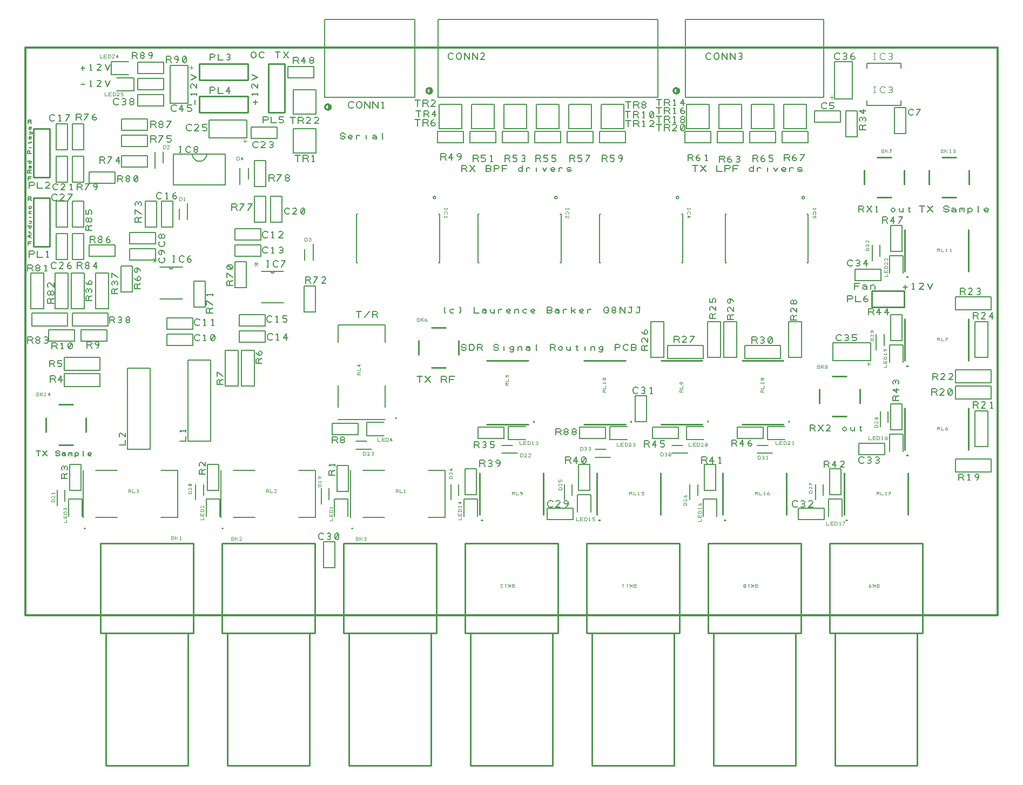
<source format=gbr>
G04 EasyPC Gerber Version 20.0.2 Build 4112 *
G04 #@! TF.Part,Single*
G04 #@! TF.FileFunction,Legend,Top *
%FSLAX35Y35*%
%MOIN*%
%ADD15C,0.00100*%
%ADD143C,0.00300*%
%ADD11C,0.00500*%
%ADD142C,0.00600*%
%ADD14C,0.00787*%
%ADD13C,0.00800*%
%ADD12C,0.01000*%
%ADD10C,0.01200*%
X0Y0D02*
D02*
D10*
X680250Y344250D02*
X1280250D01*
Y694250*
X680250*
Y344250*
X867017Y659538D02*
G75*
G03Y656005J-1767D01*
G01*
G75*
G03Y659538J1767*
G01*
G36*
G75*
G03Y656005J-1767*
G01*
G75*
G03Y659538J1767*
G01*
G37*
X929517Y669538D02*
G75*
G03Y666005J-1767D01*
G01*
G75*
G03Y669538J1767*
G01*
G36*
G75*
G03Y666005J-1767*
G01*
G75*
G03Y669538J1767*
G01*
G37*
X1082017D02*
G75*
G03Y666005J-1767D01*
G01*
G75*
G03Y669538J1767*
G01*
G36*
G75*
G03Y666005J-1767*
G01*
G75*
G03Y669538J1767*
G01*
G37*
D02*
D11*
X681750Y512187D02*
Y515937D01*
X683937*
X684563Y515625*
X684875Y515000*
X684563Y514375*
X683937Y514063*
X681750*
X683937D02*
X684875Y512187D01*
X687687Y514063D02*
X688313D01*
X688937Y514375*
X689250Y515000*
X688937Y515625*
X688313Y515937*
X687687*
X687063Y515625*
X686750Y515000*
X687063Y514375*
X687687Y514063*
X687063Y513750*
X686750Y513125*
X687063Y512500*
X687687Y512187*
X688313*
X688937Y512500*
X689250Y513125*
X688937Y513750*
X688313Y514063*
X692063Y512500D02*
X692687Y512187D01*
X693313*
X693937Y512500*
X694250Y513125*
X693937Y513750*
X693313Y514063*
X692687*
X693313D02*
X693937Y514375D01*
X694250Y515000*
X693937Y515625*
X693313Y515937*
X692687*
X692063Y515625*
X681750Y556687D02*
Y560437D01*
X683937*
X684563Y560125*
X684875Y559500*
X684563Y558875*
X683937Y558563*
X681750*
X683937D02*
X684875Y556687D01*
X687687Y558563D02*
X688313D01*
X688937Y558875*
X689250Y559500*
X688937Y560125*
X688313Y560437*
X687687*
X687063Y560125*
X686750Y559500*
X687063Y558875*
X687687Y558563*
X687063Y558250*
X686750Y557625*
X687063Y557000*
X687687Y556687*
X688313*
X688937Y557000*
X689250Y557625*
X688937Y558250*
X688313Y558563*
X692375Y556687D02*
X693625D01*
X693000D02*
Y560437D01*
X692375Y559813*
X682017Y572601D02*
Y574851D01*
X683892*
X683517Y573726D02*
X682017D01*
Y600101D02*
Y602351D01*
X683329*
X683704Y602163*
X683892Y601788*
X683704Y601413*
X683329Y601226*
X682017*
X683329D02*
X683892Y600101D01*
X682017Y612601D02*
Y614851D01*
X683892*
X683517Y613726D02*
X682017D01*
Y647601D02*
Y649851D01*
X683329*
X683704Y649663*
X683892Y649288*
X683704Y648913*
X683329Y648726*
X682017*
X683329D02*
X683892Y647601D01*
X682750Y565187D02*
Y568937D01*
X684937*
X685563Y568625*
X685875Y568000*
X685563Y567375*
X684937Y567063*
X682750*
X687750Y568937D02*
Y565187D01*
X690875*
X693375D02*
X694625D01*
X694000D02*
Y568937D01*
X693375Y568313*
X682750Y607687D02*
Y611437D01*
X684937*
X685563Y611125*
X685875Y610500*
X685563Y609875*
X684937Y609563*
X682750*
X687750Y611437D02*
Y607687D01*
X690875*
X695250D02*
X692750D01*
X694937Y609875*
X695250Y610500*
X694937Y611125*
X694313Y611437*
X693375*
X692750Y611125*
X683750Y555250D02*
Y533250D01*
X691750*
Y555250*
X683750*
X684250Y522750D02*
X706250D01*
Y530750*
X684250*
Y522750*
X683954Y577038D02*
X681704Y577976D01*
X683954Y578913*
X683017Y577413D02*
Y578538D01*
X683954Y580038D02*
X682454D01*
X683017D02*
X682641Y580226D01*
X682454Y580601*
Y580976*
X682641Y581351*
X683017Y584538D02*
X682641Y584351D01*
X682454Y583976*
Y583601*
X682641Y583226*
X683017Y583038*
X683391*
X683767Y583226*
X683954Y583601*
Y583976*
X683767Y584351*
X683391Y584538*
X683954D02*
X681704D01*
X682454Y586038D02*
X683391D01*
X683767Y586226*
X683954Y586601*
Y586976*
X683767Y587351*
X683391Y587538*
X682454D02*
X683954D01*
Y589788D02*
X682454D01*
X681891D02*
X683954Y592038*
X682454D01*
X683017D02*
X682641Y592226D01*
X682454Y592601*
Y592976*
X682641Y593351*
X683017Y593538*
X683954*
X683391Y595038D02*
X683767Y595226D01*
X683954Y595601*
Y595976*
X683767Y596351*
X683391Y596538*
X683017*
X682641Y596351*
X682454Y595976*
Y595601*
X682641Y595226*
X683017Y595038*
X683391*
X683954Y617038D02*
X681704D01*
Y618351*
X681891Y618726*
X682267Y618913*
X682641Y618726*
X682829Y618351*
Y617038*
Y618351D02*
X683954Y618913D01*
X683767Y621538D02*
X683954Y621351D01*
Y620976*
Y620601*
X683767Y620226*
X683391Y620038*
X682829*
X682641Y620226*
X682454Y620601*
Y620976*
X682641Y621351*
X682829Y621538*
X683017*
X683204Y621351*
X683391Y620976*
Y620601*
X683204Y620226*
X683017Y620038*
Y624538D02*
X682641Y624351D01*
X682454Y623976*
Y623601*
X682641Y623226*
X683017Y623038*
X683391*
X683767Y623226*
X683954Y623601*
Y623976*
X683767Y624351*
X683391Y624538*
X683954D02*
X681704D01*
X683954Y629038D02*
X681704D01*
Y630351*
X681891Y630726*
X682267Y630913*
X682641Y630726*
X682829Y630351*
Y629038*
X683954Y632788D02*
X682454D01*
X681891D02*
X682454Y635413*
Y636163D01*
X682079Y635788D02*
X683767D01*
X683954Y635976*
Y636163*
X683767Y636351*
X682641Y638038D02*
X682454Y638413D01*
Y638976*
X682641Y639351*
X683017Y639538*
X683579*
X683767Y639351*
X683954Y638976*
Y638601*
X683767Y638226*
X683579Y638038*
X683391*
X683204Y638226*
X683017Y638601*
Y638976*
X683204Y639351*
X683391Y639538*
X683579D02*
X683954D01*
X682454Y641038D02*
X683204Y641226D01*
X683579Y641601*
Y641976*
X683204Y642351*
X682454Y642538*
X683204Y642351D02*
X683954Y642163D01*
X684329Y641976*
X684517Y641601*
X684329Y641226*
X682641Y644038D02*
X682454Y644413D01*
Y644976*
X682641Y645351*
X683017Y645538*
X683579*
X683767Y645351*
X683954Y644976*
Y644601*
X683767Y644226*
X683579Y644038*
X683391*
X683204Y644226*
X683017Y644601*
Y644976*
X683204Y645351*
X683391Y645538*
X683579D02*
X683954D01*
X688267Y442788D02*
Y445788D01*
X687017D02*
X689517D01*
X691017Y442788D02*
X693517Y445788D01*
X691017D02*
X693517Y442788D01*
X699017Y443538D02*
X699267Y443038D01*
X699767Y442788*
X700767*
X701267Y443038*
X701517Y443538*
X701267Y444038*
X700767Y444288*
X699767*
X699267Y444538*
X699017Y445038*
X699267Y445538*
X699767Y445788*
X700767*
X701267Y445538*
X701517Y445038*
X703017Y444538D02*
X703517Y444788D01*
X704267*
X704767Y444538*
X705017Y444038*
Y443288*
X704767Y443038*
X704267Y442788*
X703767*
X703267Y443038*
X703017Y443288*
Y443538*
X703267Y443788*
X703767Y444038*
X704267*
X704767Y443788*
X705017Y443538*
Y443288D02*
Y442788D01*
X707017D02*
Y444788D01*
Y444538D02*
X707267Y444788D01*
X707767*
X708017Y444538*
Y443788*
Y444538D02*
X708267Y444788D01*
X708767*
X709017Y444538*
Y442788*
X711017Y444788D02*
Y442038D01*
Y443538D02*
X711267Y443038D01*
X711767Y442788*
X712267*
X712767Y443038*
X713017Y443538*
Y444038*
X712767Y444538*
X712267Y444788*
X711767*
X711267Y444538*
X711017Y444038*
Y443538*
X716267Y442788D02*
X716017D01*
Y445788*
X721017Y443038D02*
X720767Y442788D01*
X720267*
X719767*
X719267Y443038*
X719017Y443538*
Y444288*
X719267Y444538*
X719767Y444788*
X720267*
X720767Y444538*
X721017Y444288*
Y444038*
X720767Y443788*
X720267Y443538*
X719767*
X719267Y443788*
X719017Y444038*
X695250Y497687D02*
Y501437D01*
X697437*
X698063Y501125*
X698375Y500500*
X698063Y499875*
X697437Y499563*
X695250*
X697437D02*
X698375Y497687D01*
X700250Y498000D02*
X700875Y497687D01*
X701813*
X702437Y498000*
X702750Y498625*
Y498937*
X702437Y499563*
X701813Y499875*
X700250*
Y501437*
X702750*
X698375Y649813D02*
X698063Y649500D01*
X697437Y649187*
X696500*
X695875Y649500*
X695563Y649813*
X695250Y650437*
Y651687*
X695563Y652313*
X695875Y652625*
X696500Y652937*
X697437*
X698063Y652625*
X698375Y652313*
X700875Y649187D02*
X702125D01*
X701500D02*
Y652937D01*
X700875Y652313*
X705250Y649187D02*
X707750Y652937D01*
X705250*
X695750Y488187D02*
Y491937D01*
X697937*
X698563Y491625*
X698875Y491000*
X698563Y490375*
X697937Y490063*
X695750*
X697937D02*
X698875Y488187D01*
X702313D02*
Y491937D01*
X700750Y489437*
X703250*
X699375Y558813D02*
X699063Y558500D01*
X698437Y558187*
X697500*
X696875Y558500*
X696563Y558813*
X696250Y559437*
Y560687*
X696563Y561313*
X696875Y561625*
X697500Y561937*
X698437*
X699063Y561625*
X699375Y561313*
X703750Y558187D02*
X701250D01*
X703437Y560375*
X703750Y561000*
X703437Y561625*
X702813Y561937*
X701875*
X701250Y561625*
X706250Y559125D02*
X706563Y559750D01*
X707187Y560063*
X707813*
X708437Y559750*
X708750Y559125*
X708437Y558500*
X707813Y558187*
X707187*
X706563Y558500*
X706250Y559125*
Y560063*
X706563Y561000*
X707187Y561625*
X707813Y561937*
X696750Y508687D02*
Y512437D01*
X698937*
X699563Y512125*
X699875Y511500*
X699563Y510875*
X698937Y510563*
X696750*
X698937D02*
X699875Y508687D01*
X702375D02*
X703625D01*
X703000D02*
Y512437D01*
X702375Y511813*
X707063Y509000D02*
X707687Y508687D01*
X708313*
X708937Y509000*
X709250Y509625*
Y511500*
X708937Y512125*
X708313Y512437*
X707687*
X707063Y512125*
X706750Y511500*
Y509625*
X707063Y509000*
X708937Y512125*
X699875Y600813D02*
X699563Y600500D01*
X698937Y600187*
X698000*
X697375Y600500*
X697063Y600813*
X696750Y601437*
Y602687*
X697063Y603313*
X697375Y603625*
X698000Y603937*
X698937*
X699563Y603625*
X699875Y603313*
X704250Y600187D02*
X701750D01*
X703937Y602375*
X704250Y603000*
X703937Y603625*
X703313Y603937*
X702375*
X701750Y603625*
X706750Y600187D02*
X709250Y603937D01*
X706750*
X700375Y607313D02*
X700063Y607000D01*
X699437Y606687*
X698500*
X697875Y607000*
X697563Y607313*
X697250Y607937*
Y609187*
X697563Y609813*
X697875Y610125*
X698500Y610437*
X699437*
X700063Y610125*
X700375Y609813*
X704750Y606687D02*
X702250D01*
X704437Y608875*
X704750Y609500*
X704437Y610125*
X703813Y610437*
X702875*
X702250Y610125*
X707875Y606687D02*
X709125D01*
X708500D02*
Y610437D01*
X707875Y609813*
X697813Y536750D02*
X694063D01*
Y538937*
X694375Y539563*
X695000Y539875*
X695625Y539563*
X695937Y538937*
Y536750*
Y538937D02*
X697813Y539875D01*
X695937Y542687D02*
Y543313D01*
X695625Y543937*
X695000Y544250*
X694375Y543937*
X694063Y543313*
Y542687*
X694375Y542063*
X695000Y541750*
X695625Y542063*
X695937Y542687*
X696250Y542063*
X696875Y541750*
X697500Y542063*
X697813Y542687*
Y543313*
X697500Y543937*
X696875Y544250*
X696250Y543937*
X695937Y543313*
X697813Y549250D02*
Y546750D01*
X695625Y548937*
X695000Y549250*
X694375Y548937*
X694063Y548313*
Y547375*
X694375Y546750*
X698750Y555250D02*
Y533250D01*
X706750*
Y555250*
X698750*
X699250Y579750D02*
Y563750D01*
X706250*
Y579750*
X699250*
Y627250D02*
Y611250D01*
X706250*
Y627250*
X699250*
X704250Y485250D02*
X726250D01*
Y493250*
X704250*
Y485250*
Y495250D02*
X726250D01*
Y503250*
X704250*
Y495250*
X706250Y583750D02*
Y599750D01*
X699250*
Y583750*
X706250*
Y631250D02*
Y647250D01*
X699250*
Y631250*
X706250*
X706313Y428750D02*
X702563D01*
Y430937*
X702875Y431563*
X703500Y431875*
X704125Y431563*
X704437Y430937*
Y428750*
Y430937D02*
X706313Y431875D01*
X706000Y434063D02*
X706313Y434687D01*
Y435313*
X706000Y435937*
X705375Y436250*
X704750Y435937*
X704437Y435313*
Y434687*
Y435313D02*
X704125Y435937D01*
X703500Y436250*
X702875Y435937*
X702563Y435313*
Y434687*
X702875Y434063*
X707750Y437250D02*
Y421250D01*
X714750*
Y437250*
X707750*
X708750Y555250D02*
Y533250D01*
X716750*
Y555250*
X708750*
X709250Y522750D02*
X731250D01*
Y530750*
X709250*
Y522750*
Y579750D02*
Y563750D01*
X716250*
Y579750*
X709250*
Y627250D02*
Y611250D01*
X716250*
Y627250*
X709250*
X710750Y520250D02*
X694750D01*
Y513250*
X710750*
Y520250*
X711750Y649687D02*
Y653437D01*
X713937*
X714563Y653125*
X714875Y652500*
X714563Y651875*
X713937Y651563*
X711750*
X713937D02*
X714875Y649687D01*
X716750D02*
X719250Y653437D01*
X716750*
X721750Y650625D02*
X722063Y651250D01*
X722687Y651563*
X723313*
X723937Y651250*
X724250Y650625*
X723937Y650000*
X723313Y649687*
X722687*
X722063Y650000*
X721750Y650625*
Y651563*
X722063Y652500*
X722687Y653125*
X723313Y653437*
X712250Y558187D02*
Y561937D01*
X714437*
X715063Y561625*
X715375Y561000*
X715063Y560375*
X714437Y560063*
X712250*
X714437D02*
X715375Y558187D01*
X718187Y560063D02*
X718813D01*
X719437Y560375*
X719750Y561000*
X719437Y561625*
X718813Y561937*
X718187*
X717563Y561625*
X717250Y561000*
X717563Y560375*
X718187Y560063*
X717563Y559750*
X717250Y559125*
X717563Y558500*
X718187Y558187*
X718813*
X719437Y558500*
X719750Y559125*
X719437Y559750*
X718813Y560063*
X723813Y558187D02*
Y561937D01*
X722250Y559437*
X724750*
X712250Y606687D02*
Y610437D01*
X714437*
X715063Y610125*
X715375Y609500*
X715063Y608875*
X714437Y608563*
X712250*
X714437D02*
X715375Y606687D01*
X717250D02*
X719750Y610437D01*
X717250*
X723187Y606687D02*
X723813Y607000D01*
X724437Y607625*
X724750Y608563*
Y609500*
X724437Y610125*
X723813Y610437*
X723187*
X722563Y610125*
X722250Y609500*
X722563Y608875*
X723187Y608563*
X723813*
X724437Y608875*
X724750Y609500*
X714517Y671726D02*
X717017D01*
X720142Y670476D02*
X721392D01*
X720767D02*
Y674226D01*
X720142Y673601*
X727017Y670476D02*
X724517D01*
X726704Y672663*
X727017Y673288*
X726704Y673913*
X726079Y674226*
X725142*
X724517Y673913*
X729517Y674226D02*
X731079Y670476D01*
X732642Y674226*
X714517Y681726D02*
X717017D01*
X715767Y680476D02*
Y682976D01*
X720142Y680476D02*
X721392D01*
X720767D02*
Y684226D01*
X720142Y683601*
X727017Y680476D02*
X724517D01*
X726704Y682663*
X727017Y683288*
X726704Y683913*
X726079Y684226*
X725142*
X724517Y683913*
X729517Y684226D02*
X731079Y680476D01*
X732642Y684226*
X714750Y513250D02*
X730750D01*
Y520250*
X714750*
Y513250*
X716250Y583750D02*
Y599750D01*
X709250*
Y583750*
X716250*
Y631250D02*
Y647250D01*
X709250*
Y631250*
X716250*
X718250Y509187D02*
Y512937D01*
X720437*
X721063Y512625*
X721375Y512000*
X721063Y511375*
X720437Y511063*
X718250*
X720437D02*
X721375Y509187D01*
X724187D02*
X724813Y509500D01*
X725437Y510125*
X725750Y511063*
Y512000*
X725437Y512625*
X724813Y512937*
X724187*
X723563Y512625*
X723250Y512000*
X723563Y511375*
X724187Y511063*
X724813*
X725437Y511375*
X725750Y512000*
X720250Y574187D02*
Y577937D01*
X722437*
X723063Y577625*
X723375Y577000*
X723063Y576375*
X722437Y576063*
X720250*
X722437D02*
X723375Y574187D01*
X726187Y576063D02*
X726813D01*
X727437Y576375*
X727750Y577000*
X727437Y577625*
X726813Y577937*
X726187*
X725563Y577625*
X725250Y577000*
X725563Y576375*
X726187Y576063*
X725563Y575750*
X725250Y575125*
X725563Y574500*
X726187Y574187*
X726813*
X727437Y574500*
X727750Y575125*
X727437Y575750*
X726813Y576063*
X730250Y575125D02*
X730563Y575750D01*
X731187Y576063*
X731813*
X732437Y575750*
X732750Y575125*
X732437Y574500*
X731813Y574187*
X731187*
X730563Y574500*
X730250Y575125*
Y576063*
X730563Y577000*
X731187Y577625*
X731813Y577937*
X721313Y538250D02*
X717563D01*
Y540437*
X717875Y541063*
X718500Y541375*
X719125Y541063*
X719437Y540437*
Y538250*
Y540437D02*
X721313Y541375D01*
X721000Y543563D02*
X721313Y544187D01*
Y544813*
X721000Y545437*
X720375Y545750*
X719750Y545437*
X719437Y544813*
Y544187*
Y544813D02*
X719125Y545437D01*
X718500Y545750*
X717875Y545437*
X717563Y544813*
Y544187*
X717875Y543563*
X720375Y548250D02*
X719750Y548563D01*
X719437Y549187*
Y549813*
X719750Y550437*
X720375Y550750*
X721000Y550437*
X721313Y549813*
Y549187*
X721000Y548563*
X720375Y548250*
X719437*
X718500Y548563*
X717875Y549187*
X717563Y549813*
X721313Y581750D02*
X717563D01*
Y583937*
X717875Y584563*
X718500Y584875*
X719125Y584563*
X719437Y583937*
Y581750*
Y583937D02*
X721313Y584875D01*
X719437Y587687D02*
Y588313D01*
X719125Y588937*
X718500Y589250*
X717875Y588937*
X717563Y588313*
Y587687*
X717875Y587063*
X718500Y586750*
X719125Y587063*
X719437Y587687*
X719750Y587063*
X720375Y586750*
X721000Y587063*
X721313Y587687*
Y588313*
X721000Y588937*
X720375Y589250*
X719750Y588937*
X719437Y588313*
X721000Y591750D02*
X721313Y592375D01*
Y593313*
X721000Y593937*
X720375Y594250*
X720063*
X719437Y593937*
X719125Y593313*
Y591750*
X717563*
Y594250*
X723750Y555250D02*
Y533250D01*
X731750*
Y555250*
X723750*
X726250Y623187D02*
Y626937D01*
X728437*
X729063Y626625*
X729375Y626000*
X729063Y625375*
X728437Y625063*
X726250*
X728437D02*
X729375Y623187D01*
X731250D02*
X733750Y626937D01*
X731250*
X737813Y623187D02*
Y626937D01*
X736250Y624437*
X738750*
X732250Y524687D02*
Y528437D01*
X734437*
X735063Y528125*
X735375Y527500*
X735063Y526875*
X734437Y526563*
X732250*
X734437D02*
X735375Y524687D01*
X737563Y525000D02*
X738187Y524687D01*
X738813*
X739437Y525000*
X739750Y525625*
X739437Y526250*
X738813Y526563*
X738187*
X738813D02*
X739437Y526875D01*
X739750Y527500*
X739437Y528125*
X738813Y528437*
X738187*
X737563Y528125*
X743187Y526563D02*
X743813D01*
X744437Y526875*
X744750Y527500*
X744437Y528125*
X743813Y528437*
X743187*
X742563Y528125*
X742250Y527500*
X742563Y526875*
X743187Y526563*
X742563Y526250*
X742250Y525625*
X742563Y525000*
X743187Y524687*
X743813*
X744437Y525000*
X744750Y525625*
X744437Y526250*
X743813Y526563*
X737875Y659813D02*
X737563Y659500D01*
X736937Y659187*
X736000*
X735375Y659500*
X735063Y659813*
X734750Y660437*
Y661687*
X735063Y662313*
X735375Y662625*
X736000Y662937*
X736937*
X737563Y662625*
X737875Y662313*
X740063Y659500D02*
X740687Y659187D01*
X741313*
X741937Y659500*
X742250Y660125*
X741937Y660750*
X741313Y661063*
X740687*
X741313D02*
X741937Y661375D01*
X742250Y662000*
X741937Y662625*
X741313Y662937*
X740687*
X740063Y662625*
X745687Y661063D02*
X746313D01*
X746937Y661375*
X747250Y662000*
X746937Y662625*
X746313Y662937*
X745687*
X745063Y662625*
X744750Y662000*
X745063Y661375*
X745687Y661063*
X745063Y660750*
X744750Y660125*
X745063Y659500*
X745687Y659187*
X746313*
X746937Y659500*
X747250Y660125*
X746937Y660750*
X746313Y661063*
X735750Y572750D02*
X719750D01*
Y565750*
X735750*
Y572750*
Y617750D02*
X719750D01*
Y610750*
X735750*
Y617750*
X737250Y611687D02*
Y615437D01*
X739437*
X740063Y615125*
X740375Y614500*
X740063Y613875*
X739437Y613563*
X737250*
X739437D02*
X740375Y611687D01*
X743187Y613563D02*
X743813D01*
X744437Y613875*
X744750Y614500*
X744437Y615125*
X743813Y615437*
X743187*
X742563Y615125*
X742250Y614500*
X742563Y613875*
X743187Y613563*
X742563Y613250*
X742250Y612625*
X742563Y612000*
X743187Y611687*
X743813*
X744437Y612000*
X744750Y612625*
X744437Y613250*
X743813Y613563*
X747563Y612000D02*
X748187Y611687D01*
X748813*
X749437Y612000*
X749750Y612625*
Y614500*
X749437Y615125*
X748813Y615437*
X748187*
X747563Y615125*
X747250Y614500*
Y612625*
X747563Y612000*
X749437Y615125*
X737313Y542750D02*
X733563D01*
Y544937*
X733875Y545563*
X734500Y545875*
X735125Y545563*
X735437Y544937*
Y542750*
Y544937D02*
X737313Y545875D01*
X737000Y548063D02*
X737313Y548687D01*
Y549313*
X737000Y549937*
X736375Y550250*
X735750Y549937*
X735437Y549313*
Y548687*
Y549313D02*
X735125Y549937D01*
X734500Y550250*
X733875Y549937*
X733563Y549313*
Y548687*
X733875Y548063*
X737313Y552750D02*
X733563Y555250D01*
Y552750*
X739750Y620750D02*
X755750D01*
Y627750*
X739750*
Y620750*
X738136Y449250D02*
X741886D01*
Y452375*
Y456750D02*
Y454250D01*
X739698Y456437*
X739074Y456750*
X738448Y456437*
X738136Y455813*
Y454875*
X738448Y454250*
X744750Y563250D02*
X760750D01*
Y570250*
X744750*
Y563250*
Y573250D02*
X760750D01*
Y580250*
X744750*
Y573250*
X746250Y543750D02*
Y559750D01*
X739250*
Y543750*
X746250*
Y687687D02*
Y691437D01*
X748437*
X749063Y691125*
X749375Y690500*
X749063Y689875*
X748437Y689563*
X746250*
X748437D02*
X749375Y687687D01*
X752187Y689563D02*
X752813D01*
X753437Y689875*
X753750Y690500*
X753437Y691125*
X752813Y691437*
X752187*
X751563Y691125*
X751250Y690500*
X751563Y689875*
X752187Y689563*
X751563Y689250*
X751250Y688625*
X751563Y688000*
X752187Y687687*
X752813*
X753437Y688000*
X753750Y688625*
X753437Y689250*
X752813Y689563*
X757187Y687687D02*
X757813Y688000D01*
X758437Y688625*
X758750Y689563*
Y690500*
X758437Y691125*
X757813Y691437*
X757187*
X756563Y691125*
X756250Y690500*
X756563Y689875*
X757187Y689563*
X757813*
X758437Y689875*
X758750Y690500*
X749750Y678250D02*
X765750D01*
Y685250*
X749750*
Y678250*
X751313Y545750D02*
X747563D01*
Y547937*
X747875Y548563*
X748500Y548875*
X749125Y548563*
X749437Y547937*
Y545750*
Y547937D02*
X751313Y548875D01*
X750375Y550750D02*
X749750Y551063D01*
X749437Y551687*
Y552313*
X749750Y552937*
X750375Y553250*
X751000Y552937*
X751313Y552313*
Y551687*
X751000Y551063*
X750375Y550750*
X749437*
X748500Y551063*
X747875Y551687*
X747563Y552313*
X751313Y556687D02*
X751000Y557313D01*
X750375Y557937*
X749437Y558250*
X748500*
X747875Y557937*
X747563Y557313*
Y556687*
X747875Y556063*
X748500Y555750*
X749125Y556063*
X749437Y556687*
Y557313*
X749125Y557937*
X748500Y558250*
X751813Y586750D02*
X748063D01*
Y588937*
X748375Y589563*
X749000Y589875*
X749625Y589563*
X749937Y588937*
Y586750*
Y588937D02*
X751813Y589875D01*
Y591750D02*
X748063Y594250D01*
Y591750*
X751500Y597063D02*
X751813Y597687D01*
Y598313*
X751500Y598937*
X750875Y599250*
X750250Y598937*
X749937Y598313*
Y597687*
Y598313D02*
X749625Y598937D01*
X749000Y599250*
X748375Y598937*
X748063Y598313*
Y597687*
X748375Y597063*
X755750Y640250D02*
X739750D01*
Y633250*
X755750*
Y640250*
Y650250D02*
X739750D01*
Y643250*
X755750*
Y650250*
X757750Y636187D02*
Y639937D01*
X759937*
X760563Y639625*
X760875Y639000*
X760563Y638375*
X759937Y638063*
X757750*
X759937D02*
X760875Y636187D01*
X762750D02*
X765250Y639937D01*
X762750*
X767750Y636500D02*
X768375Y636187D01*
X769313*
X769937Y636500*
X770250Y637125*
Y637437*
X769937Y638063*
X769313Y638375*
X767750*
Y639937*
X770250*
X757750Y645187D02*
Y648937D01*
X759937*
X760563Y648625*
X760875Y648000*
X760563Y647375*
X759937Y647063*
X757750*
X759937D02*
X760875Y645187D01*
X763687Y647063D02*
X764313D01*
X764937Y647375*
X765250Y648000*
X764937Y648625*
X764313Y648937*
X763687*
X763063Y648625*
X762750Y648000*
X763063Y647375*
X763687Y647063*
X763063Y646750*
X762750Y646125*
X763063Y645500*
X763687Y645187*
X764313*
X764937Y645500*
X765250Y646125*
X764937Y646750*
X764313Y647063*
X767750Y645187D02*
X770250Y648937D01*
X767750*
X761250Y583750D02*
Y599750D01*
X754250*
Y583750*
X761250*
X764375Y601813D02*
X764063Y601500D01*
X763437Y601187*
X762500*
X761875Y601500*
X761563Y601813*
X761250Y602437*
Y603687*
X761563Y604313*
X761875Y604625*
X762500Y604937*
X763437*
X764063Y604625*
X764375Y604313*
X766875Y601187D02*
X768125D01*
X767500D02*
Y604937D01*
X766875Y604313*
X771250Y602125D02*
X771563Y602750D01*
X772187Y603063*
X772813*
X773437Y602750*
X773750Y602125*
X773437Y601500*
X772813Y601187*
X772187*
X771563Y601500*
X771250Y602125*
Y603063*
X771563Y604000*
X772187Y604625*
X772813Y604937*
X765750Y665250D02*
X749750D01*
Y658250*
X765750*
Y665250*
Y675250D02*
X749750D01*
Y668250*
X765750*
Y675250*
X765687Y564875D02*
X766000Y564563D01*
X766313Y563937*
Y563000*
X766000Y562375*
X765687Y562063*
X765063Y561750*
X763813*
X763187Y562063*
X762875Y562375*
X762563Y563000*
Y563937*
X762875Y564563*
X763187Y564875*
X766313Y567687D02*
X766000Y568313D01*
X765375Y568937*
X764437Y569250*
X763500*
X762875Y568937*
X762563Y568313*
Y567687*
X762875Y567063*
X763500Y566750*
X764125Y567063*
X764437Y567687*
Y568313*
X764125Y568937*
X763500Y569250*
X765687Y574875D02*
X766000Y574563D01*
X766313Y573937*
Y573000*
X766000Y572375*
X765687Y572063*
X765063Y571750*
X763813*
X763187Y572063*
X762875Y572375*
X762563Y573000*
Y573937*
X762875Y574563*
X763187Y574875*
X764437Y577687D02*
Y578313D01*
X764125Y578937*
X763500Y579250*
X762875Y578937*
X762563Y578313*
Y577687*
X762875Y577063*
X763500Y576750*
X764125Y577063*
X764437Y577687*
X764750Y577063*
X765375Y576750*
X766000Y577063*
X766313Y577687*
Y578313*
X766000Y578937*
X765375Y579250*
X764750Y578937*
X764437Y578313*
X767250Y685187D02*
Y688937D01*
X769437*
X770063Y688625*
X770375Y688000*
X770063Y687375*
X769437Y687063*
X767250*
X769437D02*
X770375Y685187D01*
X773187D02*
X773813Y685500D01*
X774437Y686125*
X774750Y687063*
Y688000*
X774437Y688625*
X773813Y688937*
X773187*
X772563Y688625*
X772250Y688000*
X772563Y687375*
X773187Y687063*
X773813*
X774437Y687375*
X774750Y688000*
X777563Y685500D02*
X778187Y685187D01*
X778813*
X779437Y685500*
X779750Y686125*
Y688000*
X779437Y688625*
X778813Y688937*
X778187*
X777563Y688625*
X777250Y688000*
Y686125*
X777563Y685500*
X779437Y688625*
X767750Y510750D02*
X783750D01*
Y517750*
X767750*
Y510750*
Y520750D02*
X783750D01*
Y527750*
X767750*
Y520750*
X769750Y683350D02*
Y660150D01*
X780750*
Y683350*
X769750*
X771187Y562187D02*
X772437D01*
X771813D02*
Y565937D01*
X771187D02*
X772437D01*
X778375Y562813D02*
X778063Y562500D01*
X777437Y562187*
X776500*
X775875Y562500*
X775563Y562813*
X775250Y563437*
Y564687*
X775563Y565313*
X775875Y565625*
X776500Y565937*
X777437*
X778063Y565625*
X778375Y565313*
X780250Y563125D02*
X780563Y563750D01*
X781187Y564063*
X781813*
X782437Y563750*
X782750Y563125*
X782437Y562500*
X781813Y562187*
X781187*
X780563Y562500*
X780250Y563125*
Y564063*
X780563Y565000*
X781187Y565625*
X781813Y565937*
X773475Y655813D02*
X773163Y655500D01*
X772537Y655187*
X771600*
X770975Y655500*
X770663Y655813*
X770350Y656437*
Y657687*
X770663Y658313*
X770975Y658625*
X771600Y658937*
X772537*
X773163Y658625*
X773475Y658313*
X776913Y655187D02*
Y658937D01*
X775350Y656437*
X777850*
X780350Y655500D02*
X780975Y655187D01*
X781913*
X782537Y655500*
X782850Y656125*
Y656437*
X782537Y657063*
X781913Y657375*
X780350*
Y658937*
X782850*
X771250Y583750D02*
Y599750D01*
X764250*
Y583750*
X771250*
X771750Y628750D02*
Y609750D01*
X803750*
Y628750*
X771750*
X775187Y629687D02*
X776437D01*
X775813D02*
Y633437D01*
X775187D02*
X776437D01*
X782375Y630313D02*
X782063Y630000D01*
X781437Y629687*
X780500*
X779875Y630000*
X779563Y630313*
X779250Y630937*
Y632187*
X779563Y632813*
X779875Y633125*
X780500Y633437*
X781437*
X782063Y633125*
X782375Y632813*
X785187Y631563D02*
X785813D01*
X786437Y631875*
X786750Y632500*
X786437Y633125*
X785813Y633437*
X785187*
X784563Y633125*
X784250Y632500*
X784563Y631875*
X785187Y631563*
X784563Y631250*
X784250Y630625*
X784563Y630000*
X785187Y629687*
X785813*
X786437Y630000*
X786750Y630625*
X786437Y631250*
X785813Y631563*
X782875Y643813D02*
X782563Y643500D01*
X781937Y643187*
X781000*
X780375Y643500*
X780063Y643813*
X779750Y644437*
Y645687*
X780063Y646313*
X780375Y646625*
X781000Y646937*
X781937*
X782563Y646625*
X782875Y646313*
X787250Y643187D02*
X784750D01*
X786937Y645375*
X787250Y646000*
X786937Y646625*
X786313Y646937*
X785375*
X784750Y646625*
X789750Y643500D02*
X790375Y643187D01*
X791313*
X791937Y643500*
X792250Y644125*
Y644437*
X791937Y645063*
X791313Y645375*
X789750*
Y646937*
X792250*
X775636Y451717D02*
X779386D01*
Y454843*
Y457343D02*
Y458593D01*
Y457967D02*
X775636D01*
X776261Y457343*
X787875Y514313D02*
X787563Y514000D01*
X786937Y513687*
X786000*
X785375Y514000*
X785063Y514313*
X784750Y514937*
Y516187*
X785063Y516813*
X785375Y517125*
X786000Y517437*
X786937*
X787563Y517125*
X787875Y516813*
X790375Y513687D02*
X791625D01*
X791000D02*
Y517437D01*
X790375Y516813*
X795063Y514000D02*
X795687Y513687D01*
X796313*
X796937Y514000*
X797250Y514625*
Y516500*
X796937Y517125*
X796313Y517437*
X795687*
X795063Y517125*
X794750Y516500*
Y514625*
X795063Y514000*
X796937Y517125*
X787875Y523813D02*
X787563Y523500D01*
X786937Y523187*
X786000*
X785375Y523500*
X785063Y523813*
X784750Y524437*
Y525687*
X785063Y526313*
X785375Y526625*
X786000Y526937*
X786937*
X787563Y526625*
X787875Y526313*
X790375Y523187D02*
X791625D01*
X791000D02*
Y526937D01*
X790375Y526313*
X795375Y523187D02*
X796625D01*
X796000D02*
Y526937D01*
X795375Y526313*
X784829Y659538D02*
Y662038D01*
X786079Y665163D02*
Y666413D01*
Y665788D02*
X782329D01*
X782954Y665163*
X786079Y672038D02*
Y669538D01*
X783891Y671726*
X783267Y672038*
X782641Y671726*
X782329Y671101*
Y670163*
X782641Y669538*
X782329Y674538D02*
X786079Y676101D01*
X782329Y677663*
X791250Y534250D02*
Y550250D01*
X784250*
Y534250*
X791250*
X791313Y431250D02*
X787563D01*
Y433437*
X787875Y434063*
X788500Y434375*
X789125Y434063*
X789437Y433437*
Y431250*
Y433437D02*
X791313Y434375D01*
Y438750D02*
Y436250D01*
X789125Y438437*
X788500Y438750*
X787875Y438437*
X787563Y437813*
Y436875*
X787875Y436250*
X792250Y628750D02*
G75*
G02X787750Y624250I-4500D01*
G01*
G75*
G02X783250Y628750J4500*
G01*
X792750Y437250D02*
Y421250D01*
X799750*
Y437250*
X792750*
X794250Y666187D02*
Y669937D01*
X796437*
X797063Y669625*
X797375Y669000*
X797063Y668375*
X796437Y668063*
X794250*
X799250Y669937D02*
Y666187D01*
X802375*
X805813D02*
Y669937D01*
X804250Y667437*
X806750*
X794250Y686687D02*
Y690437D01*
X796437*
X797063Y690125*
X797375Y689500*
X797063Y688875*
X796437Y688563*
X794250*
X799250Y690437D02*
Y686687D01*
X802375*
X804563Y687000D02*
X805187Y686687D01*
X805813*
X806437Y687000*
X806750Y687625*
X806437Y688250*
X805813Y688563*
X805187*
X805813D02*
X806437Y688875D01*
X806750Y689500*
X806437Y690125*
X805813Y690437*
X805187*
X804563Y690125*
X795813Y530750D02*
X792063D01*
Y532937*
X792375Y533563*
X793000Y533875*
X793625Y533563*
X793937Y532937*
Y530750*
Y532937D02*
X795813Y533875D01*
Y535750D02*
X792063Y538250D01*
Y535750*
X795813Y541375D02*
Y542625D01*
Y542000D02*
X792063D01*
X792687Y541375*
X802313Y486750D02*
X798563D01*
Y488937*
X798875Y489563*
X799500Y489875*
X800125Y489563*
X800437Y488937*
Y486750*
Y488937D02*
X802313Y489875D01*
Y491750D02*
X798563Y494250D01*
Y491750*
X807750Y594187D02*
Y597937D01*
X809937*
X810563Y597625*
X810875Y597000*
X810563Y596375*
X809937Y596063*
X807750*
X809937D02*
X810875Y594187D01*
X812750D02*
X815250Y597937D01*
X812750*
X817750Y594187D02*
X820250Y597937D01*
X817750*
X808313Y547750D02*
X804563D01*
Y549937*
X804875Y550563*
X805500Y550875*
X806125Y550563*
X806437Y549937*
Y547750*
Y549937D02*
X808313Y550875D01*
Y552750D02*
X804563Y555250D01*
Y552750*
X808000Y558063D02*
X808313Y558687D01*
Y559313*
X808000Y559937*
X807375Y560250*
X805500*
X804875Y559937*
X804563Y559313*
Y558687*
X804875Y558063*
X805500Y557750*
X807375*
X808000Y558063*
X804875Y559937*
X811750Y485750D02*
Y507750D01*
X803750*
Y485750*
X811750*
X812250Y512750D02*
X828250D01*
Y519750*
X812250*
Y512750*
Y522750D02*
X828250D01*
Y529750*
X812250*
Y522750*
X816750Y546250D02*
Y562250D01*
X809750*
Y546250*
X816750*
X816850Y649750D02*
X793650D01*
Y638750*
X816850*
Y649750*
X819517Y689226D02*
Y690476D01*
X819829Y691101*
X820142Y691413*
X820767Y691726*
X821392*
X822017Y691413*
X822329Y691101*
X822642Y690476*
Y689226*
X822329Y688601*
X822017Y688288*
X821392Y687976*
X820767*
X820142Y688288*
X819829Y688601*
X819517Y689226*
X827642Y688601D02*
X827329Y688288D01*
X826704Y687976*
X825767*
X825142Y688288*
X824829Y688601*
X824517Y689226*
Y690476*
X824829Y691101*
X825142Y691413*
X825767Y691726*
X826704*
X827329Y691413*
X827642Y691101*
X836079Y687976D02*
Y691726D01*
X834517D02*
X837642D01*
X839517Y687976D02*
X842642Y691726D01*
X839517D02*
X842642Y687976D01*
X823875Y633313D02*
X823563Y633000D01*
X822937Y632687*
X822000*
X821375Y633000*
X821063Y633313*
X820750Y633937*
Y635187*
X821063Y635813*
X821375Y636125*
X822000Y636437*
X822937*
X823563Y636125*
X823875Y635813*
X828250Y632687D02*
X825750D01*
X827937Y634875*
X828250Y635500*
X827937Y636125*
X827313Y636437*
X826375*
X825750Y636125*
X831063Y633000D02*
X831687Y632687D01*
X832313*
X832937Y633000*
X833250Y633625*
X832937Y634250*
X832313Y634563*
X831687*
X832313D02*
X832937Y634875D01*
X833250Y635500*
X832937Y636125*
X832313Y636437*
X831687*
X831063Y636125*
X821750Y485750D02*
Y507750D01*
X813750*
Y485750*
X821750*
Y602809D02*
Y586809D01*
X828750*
Y602809*
X821750*
Y624750D02*
Y608750D01*
X828750*
Y624750*
X821750*
X822329Y659538D02*
Y662038D01*
X823579Y660788D02*
X821079D01*
X823579Y665163D02*
Y666413D01*
Y665788D02*
X819829D01*
X820454Y665163*
X823579Y672038D02*
Y669538D01*
X821391Y671726*
X820767Y672038*
X820141Y671726*
X819829Y671101*
Y670163*
X820141Y669538*
X819829Y674538D02*
X823579Y676101D01*
X819829Y677663*
X825750Y572750D02*
X809750D01*
Y565750*
X825750*
Y572750*
Y582750D02*
X809750D01*
Y575750*
X825750*
Y582750*
X829875Y568313D02*
X829563Y568000D01*
X828937Y567687*
X828000*
X827375Y568000*
X827063Y568313*
X826750Y568937*
Y570187*
X827063Y570813*
X827375Y571125*
X828000Y571437*
X828937*
X829563Y571125*
X829875Y570813*
X832375Y567687D02*
X833625D01*
X833000D02*
Y571437D01*
X832375Y570813*
X837063Y568000D02*
X837687Y567687D01*
X838313*
X838937Y568000*
X839250Y568625*
X838937Y569250*
X838313Y569563*
X837687*
X838313D02*
X838937Y569875D01*
X839250Y570500*
X838937Y571125*
X838313Y571437*
X837687*
X837063Y571125*
X829875Y577813D02*
X829563Y577500D01*
X828937Y577187*
X828000*
X827375Y577500*
X827063Y577813*
X826750Y578437*
Y579687*
X827063Y580313*
X827375Y580625*
X828000Y580937*
X828937*
X829563Y580625*
X829875Y580313*
X832375Y577187D02*
X833625D01*
X833000D02*
Y580937D01*
X832375Y580313*
X839250Y577187D02*
X836750D01*
X838937Y579375*
X839250Y580000*
X838937Y580625*
X838313Y580937*
X837375*
X836750Y580625*
X827017Y647976D02*
Y651726D01*
X829204*
X829829Y651413*
X830142Y650788*
X829829Y650163*
X829204Y649851*
X827017*
X832017Y651726D02*
Y647976D01*
X835142*
X837017Y648288D02*
X837642Y647976D01*
X838579*
X839204Y648288*
X839517Y648913*
Y649226*
X839204Y649851*
X838579Y650163*
X837017*
Y651726*
X839517*
X826313Y499750D02*
X822563D01*
Y501937*
X822875Y502563*
X823500Y502875*
X824125Y502563*
X824437Y501937*
Y499750*
Y501937D02*
X826313Y502875D01*
X825375Y504750D02*
X824750Y505063D01*
X824437Y505687*
Y506313*
X824750Y506937*
X825375Y507250*
X826000Y506937*
X826313Y506313*
Y505687*
X826000Y505063*
X825375Y504750*
X824437*
X823500Y505063*
X822875Y505687*
X822563Y506313*
X829187Y559187D02*
X830437D01*
X829813D02*
Y562937D01*
X829187D02*
X830437D01*
X836375Y559813D02*
X836063Y559500D01*
X835437Y559187*
X834500*
X833875Y559500*
X833563Y559813*
X833250Y560437*
Y561687*
X833563Y562313*
X833875Y562625*
X834500Y562937*
X835437*
X836063Y562625*
X836375Y562313*
X838250Y559187D02*
X840750Y562937D01*
X838250*
X832375Y525813D02*
X832063Y525500D01*
X831437Y525187*
X830500*
X829875Y525500*
X829563Y525813*
X829250Y526437*
Y527687*
X829563Y528313*
X829875Y528625*
X830500Y528937*
X831437*
X832063Y528625*
X832375Y528313*
X834875Y525187D02*
X836125D01*
X835500D02*
Y528937D01*
X834875Y528313*
X839250Y525500D02*
X839875Y525187D01*
X840813*
X841437Y525500*
X841750Y526125*
Y526437*
X841437Y527063*
X840813Y527375*
X839250*
Y528937*
X841750*
X832875Y514813D02*
X832563Y514500D01*
X831937Y514187*
X831000*
X830375Y514500*
X830063Y514813*
X829750Y515437*
Y516687*
X830063Y517313*
X830375Y517625*
X831000Y517937*
X831937*
X832563Y517625*
X832875Y517313*
X835375Y514187D02*
X836625D01*
X836000D02*
Y517937D01*
X835375Y517313*
X841313Y514187D02*
Y517937D01*
X839750Y515437*
X842250*
X830750Y612187D02*
Y615937D01*
X832937*
X833563Y615625*
X833875Y615000*
X833563Y614375*
X832937Y614063*
X830750*
X832937D02*
X833875Y612187D01*
X835750D02*
X838250Y615937D01*
X835750*
X841687Y614063D02*
X842313D01*
X842937Y614375*
X843250Y615000*
X842937Y615625*
X842313Y615937*
X841687*
X841063Y615625*
X840750Y615000*
X841063Y614375*
X841687Y614063*
X841063Y613750*
X840750Y613125*
X841063Y612500*
X841687Y612187*
X842313*
X842937Y612500*
X843250Y613125*
X842937Y613750*
X842313Y614063*
X831750Y602809D02*
Y586809D01*
X838750*
Y602809*
X831750*
X835750Y645250D02*
X819750D01*
Y638250*
X835750*
Y645250*
X843375Y592313D02*
X843063Y592000D01*
X842437Y591687*
X841500*
X840875Y592000*
X840563Y592313*
X840250Y592937*
Y594187*
X840563Y594813*
X840875Y595125*
X841500Y595437*
X842437*
X843063Y595125*
X843375Y594813*
X847750Y591687D02*
X845250D01*
X847437Y593875*
X847750Y594500*
X847437Y595125*
X846813Y595437*
X845875*
X845250Y595125*
X850563Y592000D02*
X851187Y591687D01*
X851813*
X852437Y592000*
X852750Y592625*
Y594500*
X852437Y595125*
X851813Y595437*
X851187*
X850563Y595125*
X850250Y594500*
Y592625*
X850563Y592000*
X852437Y595125*
X842250Y675750D02*
X858250D01*
Y682750*
X842250*
Y675750*
X845313Y647687D02*
Y651437D01*
X843750D02*
X846875D01*
X848750Y647687D02*
Y651437D01*
X850937*
X851563Y651125*
X851875Y650500*
X851563Y649875*
X850937Y649563*
X848750*
X850937D02*
X851875Y647687D01*
X856250D02*
X853750D01*
X855937Y649875*
X856250Y650500*
X855937Y651125*
X855313Y651437*
X854375*
X853750Y651125*
X861250Y647687D02*
X858750D01*
X860937Y649875*
X861250Y650500*
X860937Y651125*
X860313Y651437*
X859375*
X858750Y651125*
X845750Y684687D02*
Y688437D01*
X847937*
X848563Y688125*
X848875Y687500*
X848563Y686875*
X847937Y686563*
X845750*
X847937D02*
X848875Y684687D01*
X852313D02*
Y688437D01*
X850750Y685937*
X853250*
X856687Y686563D02*
X857313D01*
X857937Y686875*
X858250Y687500*
X857937Y688125*
X857313Y688437*
X856687*
X856063Y688125*
X855750Y687500*
X856063Y686875*
X856687Y686563*
X856063Y686250*
X855750Y685625*
X856063Y685000*
X856687Y684687*
X857313*
X857937Y685000*
X858250Y685625*
X857937Y686250*
X857313Y686563*
X848313Y624187D02*
Y627937D01*
X846750D02*
X849875D01*
X851750Y624187D02*
Y627937D01*
X853937*
X854563Y627625*
X854875Y627000*
X854563Y626375*
X853937Y626063*
X851750*
X853937D02*
X854875Y624187D01*
X857375D02*
X858625D01*
X858000D02*
Y627937D01*
X857375Y627313*
X853250Y549187D02*
Y552937D01*
X855437*
X856063Y552625*
X856375Y552000*
X856063Y551375*
X855437Y551063*
X853250*
X855437D02*
X856375Y549187D01*
X858250D02*
X860750Y552937D01*
X858250*
X865750Y549187D02*
X863250D01*
X865437Y551375*
X865750Y552000*
X865437Y552625*
X864813Y552937*
X863875*
X863250Y552625*
X859250Y531250D02*
Y547250D01*
X852250*
Y531250*
X859250*
X859750Y629250D02*
Y644250D01*
X845750*
Y629250*
X859650*
X859750Y653250D02*
Y668250D01*
X845750*
Y653250*
X859650*
X864375Y391813D02*
X864063Y391500D01*
X863437Y391187*
X862500*
X861875Y391500*
X861563Y391813*
X861250Y392437*
Y393687*
X861563Y394313*
X861875Y394625*
X862500Y394937*
X863437*
X864063Y394625*
X864375Y394313*
X866563Y391500D02*
X867187Y391187D01*
X867813*
X868437Y391500*
X868750Y392125*
X868437Y392750*
X867813Y393063*
X867187*
X867813D02*
X868437Y393375D01*
X868750Y394000*
X868437Y394625*
X867813Y394937*
X867187*
X866563Y394625*
X871563Y391500D02*
X872187Y391187D01*
X872813*
X873437Y391500*
X873750Y392125*
Y394000*
X873437Y394625*
X872813Y394937*
X872187*
X871563Y394625*
X871250Y394000*
Y392125*
X871563Y391500*
X873437Y394625*
X869750Y450687D02*
Y454437D01*
X871937*
X872563Y454125*
X872875Y453500*
X872563Y452875*
X871937Y452563*
X869750*
X871937D02*
X872875Y450687D01*
X875687Y452563D02*
X876313D01*
X876937Y452875*
X877250Y453500*
X876937Y454125*
X876313Y454437*
X875687*
X875063Y454125*
X874750Y453500*
X875063Y452875*
X875687Y452563*
X875063Y452250*
X874750Y451625*
X875063Y451000*
X875687Y450687*
X876313*
X876937Y451000*
X877250Y451625*
X876937Y452250*
X876313Y452563*
X869750Y455750D02*
X885750D01*
Y462750*
X869750*
Y455750*
X871250Y373750D02*
Y389750D01*
X864250*
Y373750*
X871250*
X871313Y430750D02*
X867563D01*
Y432937*
X867875Y433563*
X868500Y433875*
X869125Y433563*
X869437Y432937*
Y430750*
Y432937D02*
X871313Y433875D01*
Y436375D02*
Y437625D01*
Y437000D02*
X867563D01*
X868187Y436375*
X872750Y436750D02*
Y420750D01*
X879750*
Y436750*
X872750*
X874517Y638913D02*
X874829Y638288D01*
X875454Y637976*
X876704*
X877329Y638288*
X877642Y638913*
X877329Y639538*
X876704Y639851*
X875454*
X874829Y640163*
X874517Y640788*
X874829Y641413*
X875454Y641726*
X876704*
X877329Y641413*
X877642Y640788*
X882017Y638288D02*
X881704Y637976D01*
X881079*
X880454*
X879829Y638288*
X879517Y638913*
Y639851*
X879829Y640163*
X880454Y640476*
X881079*
X881704Y640163*
X882017Y639851*
Y639538*
X881704Y639226*
X881079Y638913*
X880454*
X879829Y639226*
X879517Y639538*
X884517Y637976D02*
Y640476D01*
Y639538D02*
X884829Y640163D01*
X885454Y640476*
X886079*
X886704Y640163*
X890767Y637976D02*
Y640476D01*
Y641413D02*
X894517Y640163*
X895142Y640476D01*
X896079*
X896704Y640163*
X897017Y639538*
Y638601*
X896704Y638288*
X896079Y637976*
X895454*
X894829Y638288*
X894517Y638601*
Y638913*
X894829Y639226*
X895454Y639538*
X896079*
X896704Y639226*
X897017Y638913*
Y638601D02*
Y637976D01*
X901079D02*
X900767D01*
Y641726*
X882875Y657813D02*
X882563Y657500D01*
X881937Y657187*
X881000*
X880375Y657500*
X880063Y657813*
X879750Y658437*
Y659687*
X880063Y660313*
X880375Y660625*
X881000Y660937*
X881937*
X882563Y660625*
X882875Y660313*
X884750Y658437D02*
Y659687D01*
X885063Y660313*
X885375Y660625*
X886000Y660937*
X886625*
X887250Y660625*
X887563Y660313*
X887875Y659687*
Y658437*
X887563Y657813*
X887250Y657500*
X886625Y657187*
X886000*
X885375Y657500*
X885063Y657813*
X884750Y658437*
X889750Y657187D02*
Y660937D01*
X892875Y657187*
Y660937*
X894750Y657187D02*
Y660937D01*
X897875Y657187*
Y660937*
X900375Y657187D02*
X901625D01*
X901000D02*
Y660937D01*
X900375Y660313*
X886079Y527976D02*
Y531726D01*
X884517D02*
X887642D01*
X889517Y527976D02*
X892642Y531726D01*
X894517Y527976D02*
Y531726D01*
X896704*
X897329Y531413*
X897642Y530788*
X897329Y530163*
X896704Y529851*
X894517*
X896704D02*
X897642Y527976D01*
X922313Y646187D02*
Y649937D01*
X920750D02*
X923875D01*
X925750Y646187D02*
Y649937D01*
X927937*
X928563Y649625*
X928875Y649000*
X928563Y648375*
X927937Y648063*
X925750*
X927937D02*
X928875Y646187D01*
X930750Y647125D02*
X931063Y647750D01*
X931687Y648063*
X932313*
X932937Y647750*
X933250Y647125*
X932937Y646500*
X932313Y646187*
X931687*
X931063Y646500*
X930750Y647125*
Y648063*
X931063Y649000*
X931687Y649625*
X932313Y649937*
X922313Y658187D02*
Y661937D01*
X920750D02*
X923875D01*
X925750Y658187D02*
Y661937D01*
X927937*
X928563Y661625*
X928875Y661000*
X928563Y660375*
X927937Y660063*
X925750*
X927937D02*
X928875Y658187D01*
X933250D02*
X930750D01*
X932937Y660375*
X933250Y661000*
X932937Y661625*
X932313Y661937*
X931375*
X930750Y661625*
X922813Y651687D02*
Y655437D01*
X921250D02*
X924375D01*
X926250Y651687D02*
Y655437D01*
X928437*
X929063Y655125*
X929375Y654500*
X929063Y653875*
X928437Y653563*
X926250*
X928437D02*
X929375Y651687D01*
X932813D02*
Y655437D01*
X931250Y652937*
X933750*
X923579Y487976D02*
Y491726D01*
X922017D02*
X925142D01*
X927017Y487976D02*
X930142Y491726D01*
X927017D02*
X930142Y487976D01*
X937017D02*
Y491726D01*
X939204*
X939829Y491413*
X940142Y490788*
X939829Y490163*
X939204Y489851*
X937017*
X939204D02*
X940142Y487976D01*
X942017D02*
Y491726D01*
X945142*
X944517Y489851D02*
X942017D01*
X934750Y635750D02*
X950750D01*
Y642750*
X934750*
Y635750*
X935750Y659250D02*
Y644250D01*
X949750*
Y659250*
X935850*
X936750Y625187D02*
Y628937D01*
X938937*
X939563Y628625*
X939875Y628000*
X939563Y627375*
X938937Y627063*
X936750*
X938937D02*
X939875Y625187D01*
X943313D02*
Y628937D01*
X941750Y626437*
X944250*
X947687Y625187D02*
X948313Y625500D01*
X948937Y626125*
X949250Y627063*
Y628000*
X948937Y628625*
X948313Y628937*
X947687*
X947063Y628625*
X946750Y628000*
X947063Y627375*
X947687Y627063*
X948313*
X948937Y627375*
X949250Y628000*
X939437Y530687D02*
X938813Y531625D01*
Y533813*
X939437Y534437*
X944750Y532875D02*
X944125Y533187D01*
X943187*
X942563Y532875*
X942250Y532250*
Y531625*
X942563Y531000*
X943187Y530687*
X944125*
X944750Y531000*
X948187Y530687D02*
X948813Y531625D01*
Y533813*
X948187Y534437*
X957250D02*
Y530687D01*
X960375*
X962250Y532875D02*
X962875Y533187D01*
X963813*
X964437Y532875*
X964750Y532250*
Y531313*
X964437Y531000*
X963813Y530687*
X963187*
X962563Y531000*
X962250Y531313*
Y531625*
X962563Y531937*
X963187Y532250*
X963813*
X964437Y531937*
X964750Y531625*
Y531313D02*
Y530687D01*
X967250Y533187D02*
Y531625D01*
X967563Y531000*
X968187Y530687*
X968813*
X969437Y531000*
X969750Y531625*
Y533187D02*
Y530687D01*
X972250D02*
Y533187D01*
Y532250D02*
X972563Y532875D01*
X973187Y533187*
X973813*
X974437Y532875*
X979750Y531000D02*
X979437Y530687D01*
X978813*
X978187*
X977563Y531000*
X977250Y531625*
Y532563*
X977563Y532875*
X978187Y533187*
X978813*
X979437Y532875*
X979750Y532563*
Y532250*
X979437Y531937*
X978813Y531625*
X978187*
X977563Y531937*
X977250Y532250*
X982250Y530687D02*
Y533187D01*
Y532250D02*
X982563Y532875D01*
X983187Y533187*
X983813*
X984437Y532875*
X984750Y532250*
Y530687*
X989750Y532875D02*
X989125Y533187D01*
X988187*
X987563Y532875*
X987250Y532250*
Y531625*
X987563Y531000*
X988187Y530687*
X989125*
X989750Y531000*
X994750D02*
X994437Y530687D01*
X993813*
X993187*
X992563Y531000*
X992250Y531625*
Y532563*
X992563Y532875*
X993187Y533187*
X993813*
X994437Y532875*
X994750Y532563*
Y532250*
X994437Y531937*
X993813Y531625*
X993187*
X992563Y531937*
X992250Y532250*
X1004437Y532563D02*
X1005063Y532250D01*
X1005375Y531625*
X1005063Y531000*
X1004437Y530687*
X1002250*
Y534437*
X1004437*
X1005063Y534125*
X1005375Y533500*
X1005063Y532875*
X1004437Y532563*
X1002250*
X1007250Y532875D02*
X1007875Y533187D01*
X1008813*
X1009437Y532875*
X1009750Y532250*
Y531313*
X1009437Y531000*
X1008813Y530687*
X1008187*
X1007563Y531000*
X1007250Y531313*
Y531625*
X1007563Y531937*
X1008187Y532250*
X1008813*
X1009437Y531937*
X1009750Y531625*
Y531313D02*
Y530687D01*
X1012250D02*
Y533187D01*
Y532250D02*
X1012563Y532875D01*
X1013187Y533187*
X1013813*
X1014437Y532875*
X1017250Y530687D02*
Y534437D01*
Y531937D02*
X1018187D01*
X1019750Y533187*
X1018187Y531937D02*
X1019750Y530687D01*
X1024750Y531000D02*
X1024437Y530687D01*
X1023813*
X1023187*
X1022563Y531000*
X1022250Y531625*
Y532563*
X1022563Y532875*
X1023187Y533187*
X1023813*
X1024437Y532875*
X1024750Y532563*
Y532250*
X1024437Y531937*
X1023813Y531625*
X1023187*
X1022563Y531937*
X1022250Y532250*
X1027250Y530687D02*
Y533187D01*
Y532250D02*
X1027563Y532875D01*
X1028187Y533187*
X1028813*
X1029437Y532875*
X1039437Y532250D02*
X1040375D01*
Y531937*
X1040063Y531313*
X1039750Y531000*
X1039125Y530687*
X1038500*
X1037875Y531000*
X1037563Y531313*
X1037250Y531937*
Y533187*
X1037563Y533813*
X1037875Y534125*
X1038500Y534437*
X1039125*
X1039750Y534125*
X1040063Y533813*
X1040375Y533187*
X1043187Y532563D02*
X1043813D01*
X1044437Y532875*
X1044750Y533500*
X1044437Y534125*
X1043813Y534437*
X1043187*
X1042563Y534125*
X1042250Y533500*
X1042563Y532875*
X1043187Y532563*
X1042563Y532250*
X1042250Y531625*
X1042563Y531000*
X1043187Y530687*
X1043813*
X1044437Y531000*
X1044750Y531625*
X1044437Y532250*
X1043813Y532563*
X1047250Y530687D02*
Y534437D01*
X1050375Y530687*
Y534437*
X1052250Y531313D02*
X1052563Y531000D01*
X1053187Y530687*
X1053813Y531000*
X1054125Y531313*
Y534437*
X1054750*
X1054125D02*
X1052875D01*
X1057250Y531313D02*
X1057563Y531000D01*
X1058187Y530687*
X1058813Y531000*
X1059125Y531313*
Y534437*
X1059750*
X1059125D02*
X1057875D01*
X944375Y687813D02*
X944063Y687500D01*
X943437Y687187*
X942500*
X941875Y687500*
X941563Y687813*
X941250Y688437*
Y689687*
X941563Y690313*
X941875Y690625*
X942500Y690937*
X943437*
X944063Y690625*
X944375Y690313*
X946250Y688437D02*
Y689687D01*
X946563Y690313*
X946875Y690625*
X947500Y690937*
X948125*
X948750Y690625*
X949063Y690313*
X949375Y689687*
Y688437*
X949063Y687813*
X948750Y687500*
X948125Y687187*
X947500*
X946875Y687500*
X946563Y687813*
X946250Y688437*
X951250Y687187D02*
Y690937D01*
X954375Y687187*
Y690937*
X956250Y687187D02*
Y690937D01*
X959375Y687187*
Y690937*
X963750Y687187D02*
X961250D01*
X963437Y689375*
X963750Y690000*
X963437Y690625*
X962813Y690937*
X961875*
X961250Y690625*
X949250Y508625D02*
X949563Y508000D01*
X950187Y507687*
X951437*
X952063Y508000*
X952375Y508625*
X952063Y509250*
X951437Y509563*
X950187*
X949563Y509875*
X949250Y510500*
X949563Y511125*
X950187Y511437*
X951437*
X952063Y511125*
X952375Y510500*
X954250Y507687D02*
Y511437D01*
X956125*
X956750Y511125*
X957063Y510813*
X957375Y510187*
Y508937*
X957063Y508313*
X956750Y508000*
X956125Y507687*
X954250*
X959250D02*
Y511437D01*
X961437*
X962063Y511125*
X962375Y510500*
X962063Y509875*
X961437Y509563*
X959250*
X961437D02*
X962375Y507687D01*
X969250Y508625D02*
X969563Y508000D01*
X970187Y507687*
X971437*
X972063Y508000*
X972375Y508625*
X972063Y509250*
X971437Y509563*
X970187*
X969563Y509875*
X969250Y510500*
X969563Y511125*
X970187Y511437*
X971437*
X972063Y511125*
X972375Y510500*
X975500Y507687D02*
Y510187D01*
Y511125D02*
X981750Y509250*
X981437Y509875D01*
X980813Y510187*
X980187*
X979563Y509875*
X979250Y509250*
Y508937*
X979563Y508313*
X980187Y508000*
X980813*
X981437Y508313*
X981750Y508937*
Y510187D02*
Y507687D01*
X981437Y507063*
X980813Y506750*
X979875*
X979250Y507063*
X984250Y507687D02*
Y510187D01*
Y509250D02*
X984563Y509875D01*
X985187Y510187*
X985813*
X986437Y509875*
X986750Y509250*
Y507687*
X989250Y509875D02*
X989875Y510187D01*
X990813*
X991437Y509875*
X991750Y509250*
Y508313*
X991437Y508000*
X990813Y507687*
X990187*
X989563Y508000*
X989250Y508313*
Y508625*
X989563Y508937*
X990187Y509250*
X990813*
X991437Y508937*
X991750Y508625*
Y508313D02*
Y507687D01*
X995813D02*
X995500D01*
Y511437*
X1004250Y507687D02*
Y511437D01*
X1006437*
X1007063Y511125*
X1007375Y510500*
X1007063Y509875*
X1006437Y509563*
X1004250*
X1006437D02*
X1007375Y507687D01*
X1009250Y508625D02*
X1009563Y508000D01*
X1010187Y507687*
X1010813*
X1011437Y508000*
X1011750Y508625*
Y509250*
X1011437Y509875*
X1010813Y510187*
X1010187*
X1009563Y509875*
X1009250Y509250*
Y508625*
X1014250Y510187D02*
Y508625D01*
X1014563Y508000*
X1015187Y507687*
X1015813*
X1016437Y508000*
X1016750Y508625*
Y510187D02*
Y507687D01*
X1019875Y510187D02*
X1021125D01*
X1020500Y510813D02*
Y508000D01*
X1020813Y507687*
X1021125*
X1021437Y508000*
X1025500Y507687D02*
Y510187D01*
Y511125D02*
X1029250Y507687*
Y510187D01*
Y509250D02*
X1029563Y509875D01*
X1030187Y510187*
X1030813*
X1031437Y509875*
X1031750Y509250*
Y507687*
X1036750Y509250D02*
X1036437Y509875D01*
X1035813Y510187*
X1035187*
X1034563Y509875*
X1034250Y509250*
Y508937*
X1034563Y508313*
X1035187Y508000*
X1035813*
X1036437Y508313*
X1036750Y508937*
Y510187D02*
Y507687D01*
X1036437Y507063*
X1035813Y506750*
X1034875*
X1034250Y507063*
X1044250Y507687D02*
Y511437D01*
X1046437*
X1047063Y511125*
X1047375Y510500*
X1047063Y509875*
X1046437Y509563*
X1044250*
X1052375Y508313D02*
X1052063Y508000D01*
X1051437Y507687*
X1050500*
X1049875Y508000*
X1049563Y508313*
X1049250Y508937*
Y510187*
X1049563Y510813*
X1049875Y511125*
X1050500Y511437*
X1051437*
X1052063Y511125*
X1052375Y510813*
X1056437Y509563D02*
X1057063Y509250D01*
X1057375Y508625*
X1057063Y508000*
X1056437Y507687*
X1054250*
Y511437*
X1056437*
X1057063Y511125*
X1057375Y510500*
X1057063Y509875*
X1056437Y509563*
X1054250*
X949517Y617976D02*
Y621726D01*
X951704*
X952329Y621413*
X952642Y620788*
X952329Y620163*
X951704Y619851*
X949517*
X951704D02*
X952642Y617976D01*
X954517D02*
X957642Y621726D01*
X954517D02*
X957642Y617976D01*
X966704Y619851D02*
X967329Y619538D01*
X967642Y618913*
X967329Y618288*
X966704Y617976*
X964517*
Y621726*
X966704*
X967329Y621413*
X967642Y620788*
X967329Y620163*
X966704Y619851*
X964517*
X969517Y617976D02*
Y621726D01*
X971704*
X972329Y621413*
X972642Y620788*
X972329Y620163*
X971704Y619851*
X969517*
X974517Y617976D02*
Y621726D01*
X977642*
X977017Y619851D02*
X974517D01*
X987017Y619538D02*
X986704Y620163D01*
X986079Y620476*
X985454*
X984829Y620163*
X984517Y619538*
Y618913*
X984829Y618288*
X985454Y617976*
X986079*
X986704Y618288*
X987017Y618913*
Y617976D02*
Y621726D01*
X989517Y617976D02*
Y620476D01*
Y619538D02*
X989829Y620163D01*
X990454Y620476*
X991079*
X991704Y620163*
X995767Y617976D02*
Y620476D01*
Y621413D02*
X999517Y620476*
X1000767Y617976D01*
X1002017Y620476*
X1007017Y618288D02*
X1006704Y617976D01*
X1006079*
X1005454*
X1004829Y618288*
X1004517Y618913*
Y619851*
X1004829Y620163*
X1005454Y620476*
X1006079*
X1006704Y620163*
X1007017Y619851*
Y619538*
X1006704Y619226*
X1006079Y618913*
X1005454*
X1004829Y619226*
X1004517Y619538*
X1009517Y617976D02*
Y620476D01*
Y619538D02*
X1009829Y620163D01*
X1010454Y620476*
X1011079*
X1011704Y620163*
X1014517Y618288D02*
X1015142Y617976D01*
X1016392*
X1017017Y618288*
Y618913*
X1016392Y619226*
X1015142*
X1014517Y619538*
Y620163*
X1015142Y620476*
X1016392*
X1017017Y620163*
X951750Y434750D02*
Y418750D01*
X958750*
Y434750*
X951750*
X954750Y635750D02*
X970750D01*
Y642750*
X954750*
Y635750*
X955750Y659250D02*
Y644250D01*
X969750*
Y659250*
X955850*
X956750Y624187D02*
Y627937D01*
X958937*
X959563Y627625*
X959875Y627000*
X959563Y626375*
X958937Y626063*
X956750*
X958937D02*
X959875Y624187D01*
X961750Y624500D02*
X962375Y624187D01*
X963313*
X963937Y624500*
X964250Y625125*
Y625437*
X963937Y626063*
X963313Y626375*
X961750*
Y627937*
X964250*
X967375Y624187D02*
X968625D01*
X968000D02*
Y627937D01*
X967375Y627313*
X957250Y447687D02*
Y451437D01*
X959437*
X960063Y451125*
X960375Y450500*
X960063Y449875*
X959437Y449563*
X957250*
X959437D02*
X960375Y447687D01*
X962563Y448000D02*
X963187Y447687D01*
X963813*
X964437Y448000*
X964750Y448625*
X964437Y449250*
X963813Y449563*
X963187*
X963813D02*
X964437Y449875D01*
X964750Y450500*
X964437Y451125*
X963813Y451437*
X963187*
X962563Y451125*
X967250Y448000D02*
X967875Y447687D01*
X968813*
X969437Y448000*
X969750Y448625*
Y448937*
X969437Y449563*
X968813Y449875*
X967250*
Y451437*
X969750*
X959750Y453250D02*
X975750D01*
Y460250*
X959750*
Y453250*
X960750Y436187D02*
Y439937D01*
X962937*
X963563Y439625*
X963875Y439000*
X963563Y438375*
X962937Y438063*
X960750*
X962937D02*
X963875Y436187D01*
X966063Y436500D02*
X966687Y436187D01*
X967313*
X967937Y436500*
X968250Y437125*
X967937Y437750*
X967313Y438063*
X966687*
X967313D02*
X967937Y438375D01*
X968250Y439000*
X967937Y439625*
X967313Y439937*
X966687*
X966063Y439625*
X971687Y436187D02*
X972313Y436500D01*
X972937Y437125*
X973250Y438063*
Y439000*
X972937Y439625*
X972313Y439937*
X971687*
X971063Y439625*
X970750Y439000*
X971063Y438375*
X971687Y438063*
X972313*
X972937Y438375*
X973250Y439000*
X974750Y635750D02*
X990750D01*
Y642750*
X974750*
Y635750*
X975750Y659250D02*
Y644250D01*
X989750*
Y659250*
X975850*
X976250Y624187D02*
Y627937D01*
X978437*
X979063Y627625*
X979375Y627000*
X979063Y626375*
X978437Y626063*
X976250*
X978437D02*
X979375Y624187D01*
X981250Y624500D02*
X981875Y624187D01*
X982813*
X983437Y624500*
X983750Y625125*
Y625437*
X983437Y626063*
X982813Y626375*
X981250*
Y627937*
X983750*
X986563Y624500D02*
X987187Y624187D01*
X987813*
X988437Y624500*
X988750Y625125*
X988437Y625750*
X987813Y626063*
X987187*
X987813D02*
X988437Y626375D01*
X988750Y627000*
X988437Y627625*
X987813Y627937*
X987187*
X986563Y627625*
X994750Y635750D02*
X1010750D01*
Y642750*
X994750*
Y635750*
X995250Y624187D02*
Y627937D01*
X997437*
X998063Y627625*
X998375Y627000*
X998063Y626375*
X997437Y626063*
X995250*
X997437D02*
X998375Y624187D01*
X1000250Y624500D02*
X1000875Y624187D01*
X1001813*
X1002437Y624500*
X1002750Y625125*
Y625437*
X1002437Y626063*
X1001813Y626375*
X1000250*
Y627937*
X1002750*
X1005250Y624500D02*
X1005875Y624187D01*
X1006813*
X1007437Y624500*
X1007750Y625125*
Y625437*
X1007437Y626063*
X1006813Y626375*
X1005250*
Y627937*
X1007750*
X995750Y659250D02*
Y644250D01*
X1009750*
Y659250*
X995850*
X1002250Y403250D02*
X1018250D01*
Y410250*
X1002250*
Y403250*
X1005875Y411813D02*
X1005563Y411500D01*
X1004937Y411187*
X1004000*
X1003375Y411500*
X1003063Y411813*
X1002750Y412437*
Y413687*
X1003063Y414313*
X1003375Y414625*
X1004000Y414937*
X1004937*
X1005563Y414625*
X1005875Y414313*
X1010250Y411187D02*
X1007750D01*
X1009937Y413375*
X1010250Y414000*
X1009937Y414625*
X1009313Y414937*
X1008375*
X1007750Y414625*
X1013687Y411187D02*
X1014313Y411500D01*
X1014937Y412125*
X1015250Y413063*
Y414000*
X1014937Y414625*
X1014313Y414937*
X1013687*
X1013063Y414625*
X1012750Y414000*
X1013063Y413375*
X1013687Y413063*
X1014313*
X1014937Y413375*
X1015250Y414000*
X1007750Y455687D02*
Y459437D01*
X1009937*
X1010563Y459125*
X1010875Y458500*
X1010563Y457875*
X1009937Y457563*
X1007750*
X1009937D02*
X1010875Y455687D01*
X1013687Y457563D02*
X1014313D01*
X1014937Y457875*
X1015250Y458500*
X1014937Y459125*
X1014313Y459437*
X1013687*
X1013063Y459125*
X1012750Y458500*
X1013063Y457875*
X1013687Y457563*
X1013063Y457250*
X1012750Y456625*
X1013063Y456000*
X1013687Y455687*
X1014313*
X1014937Y456000*
X1015250Y456625*
X1014937Y457250*
X1014313Y457563*
X1018687D02*
X1019313D01*
X1019937Y457875*
X1020250Y458500*
X1019937Y459125*
X1019313Y459437*
X1018687*
X1018063Y459125*
X1017750Y458500*
X1018063Y457875*
X1018687Y457563*
X1018063Y457250*
X1017750Y456625*
X1018063Y456000*
X1018687Y455687*
X1019313*
X1019937Y456000*
X1020250Y456625*
X1019937Y457250*
X1019313Y457563*
X1013750Y438187D02*
Y441937D01*
X1015937*
X1016563Y441625*
X1016875Y441000*
X1016563Y440375*
X1015937Y440063*
X1013750*
X1015937D02*
X1016875Y438187D01*
X1020313D02*
Y441937D01*
X1018750Y439437*
X1021250*
X1024063Y438500D02*
X1024687Y438187D01*
X1025313*
X1025937Y438500*
X1026250Y439125*
Y441000*
X1025937Y441625*
X1025313Y441937*
X1024687*
X1024063Y441625*
X1023750Y441000*
Y439125*
X1024063Y438500*
X1025937Y441625*
X1014750Y635750D02*
X1030750D01*
Y642750*
X1014750*
Y635750*
X1015750Y659250D02*
Y644250D01*
X1029750*
Y659250*
X1015850*
X1016250Y624187D02*
Y627937D01*
X1018437*
X1019063Y627625*
X1019375Y627000*
X1019063Y626375*
X1018437Y626063*
X1016250*
X1018437D02*
X1019375Y624187D01*
X1021250Y624500D02*
X1021875Y624187D01*
X1022813*
X1023437Y624500*
X1023750Y625125*
Y625437*
X1023437Y626063*
X1022813Y626375*
X1021250*
Y627937*
X1023750*
X1026250Y624187D02*
X1028750Y627937D01*
X1026250*
X1021750Y437250D02*
Y421250D01*
X1028750*
Y437250*
X1021750*
X1022250Y453250D02*
X1038250D01*
Y460250*
X1022250*
Y453250*
X1034750Y635750D02*
X1050750D01*
Y642750*
X1034750*
Y635750*
X1035750Y659250D02*
Y644250D01*
X1049750*
Y659250*
X1035850*
X1036250Y624187D02*
Y627937D01*
X1038437*
X1039063Y627625*
X1039375Y627000*
X1039063Y626375*
X1038437Y626063*
X1036250*
X1038437D02*
X1039375Y624187D01*
X1041250Y624500D02*
X1041875Y624187D01*
X1042813*
X1043437Y624500*
X1043750Y625125*
Y625437*
X1043437Y626063*
X1042813Y626375*
X1041250*
Y627937*
X1043750*
X1047187Y624187D02*
X1047813Y624500D01*
X1048437Y625125*
X1048750Y626063*
Y627000*
X1048437Y627625*
X1047813Y627937*
X1047187*
X1046563Y627625*
X1046250Y627000*
X1046563Y626375*
X1047187Y626063*
X1047813*
X1048437Y626375*
X1048750Y627000*
X1052113Y651187D02*
Y654937D01*
X1050550D02*
X1053675D01*
X1055550Y651187D02*
Y654937D01*
X1057737*
X1058363Y654625*
X1058675Y654000*
X1058363Y653375*
X1057737Y653063*
X1055550*
X1057737D02*
X1058675Y651187D01*
X1061175D02*
X1062425D01*
X1061800D02*
Y654937D01*
X1061175Y654313*
X1065863Y651500D02*
X1066487Y651187D01*
X1067113*
X1067737Y651500*
X1068050Y652125*
Y654000*
X1067737Y654625*
X1067113Y654937*
X1066487*
X1065863Y654625*
X1065550Y654000*
Y652125*
X1065863Y651500*
X1067737Y654625*
X1052313Y645687D02*
Y649437D01*
X1050750D02*
X1053875D01*
X1055750Y645687D02*
Y649437D01*
X1057937*
X1058563Y649125*
X1058875Y648500*
X1058563Y647875*
X1057937Y647563*
X1055750*
X1057937D02*
X1058875Y645687D01*
X1061375D02*
X1062625D01*
X1062000D02*
Y649437D01*
X1061375Y648813*
X1068250Y645687D02*
X1065750D01*
X1067937Y647875*
X1068250Y648500*
X1067937Y649125*
X1067313Y649437*
X1066375*
X1065750Y649125*
X1052313Y657187D02*
Y660937D01*
X1050750D02*
X1053875D01*
X1055750Y657187D02*
Y660937D01*
X1057937*
X1058563Y660625*
X1058875Y660000*
X1058563Y659375*
X1057937Y659063*
X1055750*
X1057937D02*
X1058875Y657187D01*
X1061687Y659063D02*
X1062313D01*
X1062937Y659375*
X1063250Y660000*
X1062937Y660625*
X1062313Y660937*
X1061687*
X1061063Y660625*
X1060750Y660000*
X1061063Y659375*
X1061687Y659063*
X1061063Y658750*
X1060750Y658125*
X1061063Y657500*
X1061687Y657187*
X1062313*
X1062937Y657500*
X1063250Y658125*
X1062937Y658750*
X1062313Y659063*
X1058375Y481813D02*
X1058063Y481500D01*
X1057437Y481187*
X1056500*
X1055875Y481500*
X1055563Y481813*
X1055250Y482437*
Y483687*
X1055563Y484313*
X1055875Y484625*
X1056500Y484937*
X1057437*
X1058063Y484625*
X1058375Y484313*
X1060563Y481500D02*
X1061187Y481187D01*
X1061813*
X1062437Y481500*
X1062750Y482125*
X1062437Y482750*
X1061813Y483063*
X1061187*
X1061813D02*
X1062437Y483375D01*
X1062750Y484000*
X1062437Y484625*
X1061813Y484937*
X1061187*
X1060563Y484625*
X1065875Y481187D02*
X1067125D01*
X1066500D02*
Y484937D01*
X1065875Y484313*
X1056750Y479750D02*
Y463750D01*
X1063750*
Y479750*
X1056750*
X1062250Y448187D02*
Y451937D01*
X1064437*
X1065063Y451625*
X1065375Y451000*
X1065063Y450375*
X1064437Y450063*
X1062250*
X1064437D02*
X1065375Y448187D01*
X1068813D02*
Y451937D01*
X1067250Y449437*
X1069750*
X1072250Y448500D02*
X1072875Y448187D01*
X1073813*
X1074437Y448500*
X1074750Y449125*
Y449437*
X1074437Y450063*
X1073813Y450375*
X1072250*
Y451937*
X1074750*
X1064313Y507750D02*
X1060563D01*
Y509937*
X1060875Y510563*
X1061500Y510875*
X1062125Y510563*
X1062437Y509937*
Y507750*
Y509937D02*
X1064313Y510875D01*
Y515250D02*
Y512750D01*
X1062125Y514937*
X1061500Y515250*
X1060875Y514937*
X1060563Y514313*
Y513375*
X1060875Y512750*
X1063375Y517750D02*
X1062750Y518063D01*
X1062437Y518687*
Y519313*
X1062750Y519937*
X1063375Y520250*
X1064000Y519937*
X1064313Y519313*
Y518687*
X1064000Y518063*
X1063375Y517750*
X1062437*
X1061500Y518063*
X1060875Y518687*
X1060563Y519313*
X1066250Y525250D02*
Y503250D01*
X1074250*
Y525250*
X1066250*
X1067250Y453250D02*
X1083250D01*
Y460250*
X1067250*
Y453250*
X1071313Y643187D02*
Y646937D01*
X1069750D02*
X1072875D01*
X1074750Y643187D02*
Y646937D01*
X1076937*
X1077563Y646625*
X1077875Y646000*
X1077563Y645375*
X1076937Y645063*
X1074750*
X1076937D02*
X1077875Y643187D01*
X1082250D02*
X1079750D01*
X1081937Y645375*
X1082250Y646000*
X1081937Y646625*
X1081313Y646937*
X1080375*
X1079750Y646625*
X1085063Y643500D02*
X1085687Y643187D01*
X1086313*
X1086937Y643500*
X1087250Y644125*
Y646000*
X1086937Y646625*
X1086313Y646937*
X1085687*
X1085063Y646625*
X1084750Y646000*
Y644125*
X1085063Y643500*
X1086937Y646625*
X1071313Y648187D02*
Y651937D01*
X1069750D02*
X1072875D01*
X1074750Y648187D02*
Y651937D01*
X1076937*
X1077563Y651625*
X1077875Y651000*
X1077563Y650375*
X1076937Y650063*
X1074750*
X1076937D02*
X1077875Y648187D01*
X1080375D02*
X1081625D01*
X1081000D02*
Y651937D01*
X1080375Y651313*
X1085687Y650063D02*
X1086313D01*
X1086937Y650375*
X1087250Y651000*
X1086937Y651625*
X1086313Y651937*
X1085687*
X1085063Y651625*
X1084750Y651000*
X1085063Y650375*
X1085687Y650063*
X1085063Y649750*
X1084750Y649125*
X1085063Y648500*
X1085687Y648187*
X1086313*
X1086937Y648500*
X1087250Y649125*
X1086937Y649750*
X1086313Y650063*
X1071313Y653687D02*
Y657437D01*
X1069750D02*
X1072875D01*
X1074750Y653687D02*
Y657437D01*
X1076937*
X1077563Y657125*
X1077875Y656500*
X1077563Y655875*
X1076937Y655563*
X1074750*
X1076937D02*
X1077875Y653687D01*
X1080375D02*
X1081625D01*
X1081000D02*
Y657437D01*
X1080375Y656813*
X1084750Y654625D02*
X1085063Y655250D01*
X1085687Y655563*
X1086313*
X1086937Y655250*
X1087250Y654625*
X1086937Y654000*
X1086313Y653687*
X1085687*
X1085063Y654000*
X1084750Y654625*
Y655563*
X1085063Y656500*
X1085687Y657125*
X1086313Y657437*
X1071313Y658687D02*
Y662437D01*
X1069750D02*
X1072875D01*
X1074750Y658687D02*
Y662437D01*
X1076937*
X1077563Y662125*
X1077875Y661500*
X1077563Y660875*
X1076937Y660563*
X1074750*
X1076937D02*
X1077875Y658687D01*
X1080375D02*
X1081625D01*
X1081000D02*
Y662437D01*
X1080375Y661813*
X1086313Y658687D02*
Y662437D01*
X1084750Y659937*
X1087250*
X1080750Y512687D02*
Y516437D01*
X1082937*
X1083563Y516125*
X1083875Y515500*
X1083563Y514875*
X1082937Y514563*
X1080750*
X1082937D02*
X1083875Y512687D01*
X1088250D02*
X1085750D01*
X1087937Y514875*
X1088250Y515500*
X1087937Y516125*
X1087313Y516437*
X1086375*
X1085750Y516125*
X1090750Y512687D02*
X1093250Y516437D01*
X1090750*
X1087250Y635750D02*
X1103250D01*
Y642750*
X1087250*
Y635750*
X1088250Y659250D02*
Y644250D01*
X1102250*
Y659250*
X1088350*
X1089250Y624687D02*
Y628437D01*
X1091437*
X1092063Y628125*
X1092375Y627500*
X1092063Y626875*
X1091437Y626563*
X1089250*
X1091437D02*
X1092375Y624687D01*
X1094250Y625625D02*
X1094563Y626250D01*
X1095187Y626563*
X1095813*
X1096437Y626250*
X1096750Y625625*
X1096437Y625000*
X1095813Y624687*
X1095187*
X1094563Y625000*
X1094250Y625625*
Y626563*
X1094563Y627500*
X1095187Y628125*
X1095813Y628437*
X1099875Y624687D02*
X1101125D01*
X1100500D02*
Y628437D01*
X1099875Y627813*
X1093579Y617976D02*
Y621726D01*
X1092017D02*
X1095142D01*
X1097017Y617976D02*
X1100142Y621726D01*
X1097017D02*
X1100142Y617976D01*
X1107017Y621726D02*
Y617976D01*
X1110142*
X1112017D02*
Y621726D01*
X1114204*
X1114829Y621413*
X1115142Y620788*
X1114829Y620163*
X1114204Y619851*
X1112017*
X1117017Y617976D02*
Y621726D01*
X1120142*
X1119517Y619851D02*
X1117017D01*
X1129517Y619538D02*
X1129204Y620163D01*
X1128579Y620476*
X1127954*
X1127329Y620163*
X1127017Y619538*
Y618913*
X1127329Y618288*
X1127954Y617976*
X1128579*
X1129204Y618288*
X1129517Y618913*
Y617976D02*
Y621726D01*
X1132017Y617976D02*
Y620476D01*
Y619538D02*
X1132329Y620163D01*
X1132954Y620476*
X1133579*
X1134204Y620163*
X1138267Y617976D02*
Y620476D01*
Y621413D02*
X1142017Y620476*
X1143267Y617976D01*
X1144517Y620476*
X1149517Y618288D02*
X1149204Y617976D01*
X1148579*
X1147954*
X1147329Y618288*
X1147017Y618913*
Y619851*
X1147329Y620163*
X1147954Y620476*
X1148579*
X1149204Y620163*
X1149517Y619851*
Y619538*
X1149204Y619226*
X1148579Y618913*
X1147954*
X1147329Y619226*
X1147017Y619538*
X1152017Y617976D02*
Y620476D01*
Y619538D02*
X1152329Y620163D01*
X1152954Y620476*
X1153579*
X1154204Y620163*
X1157017Y618288D02*
X1157642Y617976D01*
X1158892*
X1159517Y618288*
Y618913*
X1158892Y619226*
X1157642*
X1157017Y619538*
Y620163*
X1157642Y620476*
X1158892*
X1159517Y620163*
X1097750Y438187D02*
Y441937D01*
X1099937*
X1100563Y441625*
X1100875Y441000*
X1100563Y440375*
X1099937Y440063*
X1097750*
X1099937D02*
X1100875Y438187D01*
X1104313D02*
Y441937D01*
X1102750Y439437*
X1105250*
X1108375Y438187D02*
X1109625D01*
X1109000D02*
Y441937D01*
X1108375Y441313*
X1098750Y510750D02*
X1076750D01*
Y502750*
X1098750*
Y510750*
X1099250Y437250D02*
Y421250D01*
X1106250*
Y437250*
X1099250*
X1103375Y687813D02*
X1103063Y687500D01*
X1102437Y687187*
X1101500*
X1100875Y687500*
X1100563Y687813*
X1100250Y688437*
Y689687*
X1100563Y690313*
X1100875Y690625*
X1101500Y690937*
X1102437*
X1103063Y690625*
X1103375Y690313*
X1105250Y688437D02*
Y689687D01*
X1105563Y690313*
X1105875Y690625*
X1106500Y690937*
X1107125*
X1107750Y690625*
X1108063Y690313*
X1108375Y689687*
Y688437*
X1108063Y687813*
X1107750Y687500*
X1107125Y687187*
X1106500*
X1105875Y687500*
X1105563Y687813*
X1105250Y688437*
X1110250Y687187D02*
Y690937D01*
X1113375Y687187*
Y690937*
X1115250Y687187D02*
Y690937D01*
X1118375Y687187*
Y690937*
X1120563Y687500D02*
X1121187Y687187D01*
X1121813*
X1122437Y687500*
X1122750Y688125*
X1122437Y688750*
X1121813Y689063*
X1121187*
X1121813D02*
X1122437Y689375D01*
X1122750Y690000*
X1122437Y690625*
X1121813Y690937*
X1121187*
X1120563Y690625*
X1101250Y525250D02*
Y503250D01*
X1109250*
Y525250*
X1101250*
X1106313Y527250D02*
X1102563D01*
Y529437*
X1102875Y530063*
X1103500Y530375*
X1104125Y530063*
X1104437Y529437*
Y527250*
Y529437D02*
X1106313Y530375D01*
Y534750D02*
Y532250D01*
X1104125Y534437*
X1103500Y534750*
X1102875Y534437*
X1102563Y533813*
Y532875*
X1102875Y532250*
X1106000Y537250D02*
X1106313Y537875D01*
Y538813*
X1106000Y539437*
X1105375Y539750*
X1105063*
X1104437Y539437*
X1104125Y538813*
Y537250*
X1102563*
Y539750*
X1107250Y635750D02*
X1123250D01*
Y642750*
X1107250*
Y635750*
X1108250Y659250D02*
Y644250D01*
X1122250*
Y659250*
X1108350*
X1108750Y623787D02*
Y627537D01*
X1110937*
X1111563Y627225*
X1111875Y626600*
X1111563Y625975*
X1110937Y625663*
X1108750*
X1110937D02*
X1111875Y623787D01*
X1113750Y624725D02*
X1114063Y625350D01*
X1114687Y625663*
X1115313*
X1115937Y625350*
X1116250Y624725*
X1115937Y624100*
X1115313Y623787*
X1114687*
X1114063Y624100*
X1113750Y624725*
Y625663*
X1114063Y626600*
X1114687Y627225*
X1115313Y627537*
X1119063Y624100D02*
X1119687Y623787D01*
X1120313*
X1120937Y624100*
X1121250Y624725*
X1120937Y625350*
X1120313Y625663*
X1119687*
X1120313D02*
X1120937Y625975D01*
X1121250Y626600*
X1120937Y627225*
X1120313Y627537*
X1119687*
X1119063Y627225*
X1111250Y525250D02*
Y503250D01*
X1119250*
Y525250*
X1111250*
X1116250Y448687D02*
Y452437D01*
X1118437*
X1119063Y452125*
X1119375Y451500*
X1119063Y450875*
X1118437Y450563*
X1116250*
X1118437D02*
X1119375Y448687D01*
X1122813D02*
Y452437D01*
X1121250Y449937*
X1123750*
X1126250Y449625D02*
X1126563Y450250D01*
X1127187Y450563*
X1127813*
X1128437Y450250*
X1128750Y449625*
X1128437Y449000*
X1127813Y448687*
X1127187*
X1126563Y449000*
X1126250Y449625*
Y450563*
X1126563Y451500*
X1127187Y452125*
X1127813Y452437*
X1117313Y526750D02*
X1113563D01*
Y528937*
X1113875Y529563*
X1114500Y529875*
X1115125Y529563*
X1115437Y528937*
Y526750*
Y528937D02*
X1117313Y529875D01*
Y534250D02*
Y531750D01*
X1115125Y533937*
X1114500Y534250*
X1113875Y533937*
X1113563Y533313*
Y532375*
X1113875Y531750*
X1117313Y537687D02*
X1117000Y538313D01*
X1116375Y538937*
X1115437Y539250*
X1114500*
X1113875Y538937*
X1113563Y538313*
Y537687*
X1113875Y537063*
X1114500Y536750*
X1115125Y537063*
X1115437Y537687*
Y538313*
X1115125Y538937*
X1114500Y539250*
X1119750Y453250D02*
X1135750D01*
Y460250*
X1119750*
Y453250*
X1127250Y635750D02*
X1143250D01*
Y642750*
X1127250*
Y635750*
X1128250Y659250D02*
Y644250D01*
X1142250*
Y659250*
X1128350*
X1128750Y512187D02*
Y515937D01*
X1130937*
X1131563Y515625*
X1131875Y515000*
X1131563Y514375*
X1130937Y514063*
X1128750*
X1130937D02*
X1131875Y512187D01*
X1134063Y512500D02*
X1134687Y512187D01*
X1135313*
X1135937Y512500*
X1136250Y513125*
X1135937Y513750*
X1135313Y514063*
X1134687*
X1135313D02*
X1135937Y514375D01*
X1136250Y515000*
X1135937Y515625*
X1135313Y515937*
X1134687*
X1134063Y515625*
X1139063Y512500D02*
X1139687Y512187D01*
X1140313*
X1140937Y512500*
X1141250Y513125*
Y515000*
X1140937Y515625*
X1140313Y515937*
X1139687*
X1139063Y515625*
X1138750Y515000*
Y513125*
X1139063Y512500*
X1140937Y515625*
X1129250Y624187D02*
Y627937D01*
X1131437*
X1132063Y627625*
X1132375Y627000*
X1132063Y626375*
X1131437Y626063*
X1129250*
X1131437D02*
X1132375Y624187D01*
X1134250Y625125D02*
X1134563Y625750D01*
X1135187Y626063*
X1135813*
X1136437Y625750*
X1136750Y625125*
X1136437Y624500*
X1135813Y624187*
X1135187*
X1134563Y624500*
X1134250Y625125*
Y626063*
X1134563Y627000*
X1135187Y627625*
X1135813Y627937*
X1139250Y624500D02*
X1139875Y624187D01*
X1140813*
X1141437Y624500*
X1141750Y625125*
Y625437*
X1141437Y626063*
X1140813Y626375*
X1139250*
Y627937*
X1141750*
X1146250Y510750D02*
X1124250D01*
Y502750*
X1146250*
Y510750*
X1147250Y635750D02*
X1163250D01*
Y642750*
X1147250*
Y635750*
X1148250Y659250D02*
Y644250D01*
X1162250*
Y659250*
X1148350*
X1148750Y624687D02*
Y628437D01*
X1150937*
X1151563Y628125*
X1151875Y627500*
X1151563Y626875*
X1150937Y626563*
X1148750*
X1150937D02*
X1151875Y624687D01*
X1153750Y625625D02*
X1154063Y626250D01*
X1154687Y626563*
X1155313*
X1155937Y626250*
X1156250Y625625*
X1155937Y625000*
X1155313Y624687*
X1154687*
X1154063Y625000*
X1153750Y625625*
Y626563*
X1154063Y627500*
X1154687Y628125*
X1155313Y628437*
X1158750Y624687D02*
X1161250Y628437D01*
X1158750*
X1151250Y525250D02*
Y503250D01*
X1159250*
Y525250*
X1151250*
X1156875Y411813D02*
X1156563Y411500D01*
X1155937Y411187*
X1155000*
X1154375Y411500*
X1154063Y411813*
X1153750Y412437*
Y413687*
X1154063Y414313*
X1154375Y414625*
X1155000Y414937*
X1155937*
X1156563Y414625*
X1156875Y414313*
X1159063Y411500D02*
X1159687Y411187D01*
X1160313*
X1160937Y411500*
X1161250Y412125*
X1160937Y412750*
X1160313Y413063*
X1159687*
X1160313D02*
X1160937Y413375D01*
X1161250Y414000*
X1160937Y414625*
X1160313Y414937*
X1159687*
X1159063Y414625*
X1166250Y411187D02*
X1163750D01*
X1165937Y413375*
X1166250Y414000*
X1165937Y414625*
X1165313Y414937*
X1164375*
X1163750Y414625*
X1157250Y403250D02*
X1173250D01*
Y410250*
X1157250*
Y403250*
X1156313Y526250D02*
X1152563D01*
Y528437*
X1152875Y529063*
X1153500Y529375*
X1154125Y529063*
X1154437Y528437*
Y526250*
Y528437D02*
X1156313Y529375D01*
Y533750D02*
Y531250D01*
X1154125Y533437*
X1153500Y533750*
X1152875Y533437*
X1152563Y532813*
Y531875*
X1152875Y531250*
X1154437Y537187D02*
Y537813D01*
X1154125Y538437*
X1153500Y538750*
X1152875Y538437*
X1152563Y537813*
Y537187*
X1152875Y536563*
X1153500Y536250*
X1154125Y536563*
X1154437Y537187*
X1154750Y536563*
X1155375Y536250*
X1156000Y536563*
X1156313Y537187*
Y537813*
X1156000Y538437*
X1155375Y538750*
X1154750Y538437*
X1154437Y537813*
X1164517Y457976D02*
Y461726D01*
X1166704*
X1167329Y461413*
X1167642Y460788*
X1167329Y460163*
X1166704Y459851*
X1164517*
X1166704D02*
X1167642Y457976D01*
X1169517D02*
X1172642Y461726D01*
X1169517D02*
X1172642Y457976D01*
X1177017D02*
X1174517D01*
X1176704Y460163*
X1177017Y460788*
X1176704Y461413*
X1176079Y461726*
X1175142*
X1174517Y461413*
X1184517Y458913D02*
X1184829Y458288D01*
X1185454Y457976*
X1186079*
X1186704Y458288*
X1187017Y458913*
Y459538*
X1186704Y460163*
X1186079Y460476*
X1185454*
X1184829Y460163*
X1184517Y459538*
Y458913*
X1189517Y460476D02*
Y458913D01*
X1189829Y458288*
X1190454Y457976*
X1191079*
X1191704Y458288*
X1192017Y458913*
Y460476D02*
Y457976D01*
X1195142Y460476D02*
X1196392D01*
X1195767Y461101D02*
Y458288D01*
X1196079Y457976*
X1196392*
X1196704Y458288*
X1167250Y648250D02*
X1183250D01*
Y655250*
X1167250*
Y648250*
X1174875Y657313D02*
X1174563Y657000D01*
X1173937Y656687*
X1173000*
X1172375Y657000*
X1172063Y657313*
X1171750Y657937*
Y659187*
X1172063Y659813*
X1172375Y660125*
X1173000Y660437*
X1173937*
X1174563Y660125*
X1174875Y659813*
X1176750Y657000D02*
X1177375Y656687D01*
X1178313*
X1178937Y657000*
X1179250Y657625*
Y657937*
X1178937Y658563*
X1178313Y658875*
X1176750*
Y660437*
X1179250*
X1173250Y435687D02*
Y439437D01*
X1175437*
X1176063Y439125*
X1176375Y438500*
X1176063Y437875*
X1175437Y437563*
X1173250*
X1175437D02*
X1176375Y435687D01*
X1179813D02*
Y439437D01*
X1178250Y436937*
X1180750*
X1185750Y435687D02*
X1183250D01*
X1185437Y437875*
X1185750Y438500*
X1185437Y439125*
X1184813Y439437*
X1183875*
X1183250Y439125*
X1176750Y434750D02*
Y418750D01*
X1183750*
Y434750*
X1176750*
X1182875Y687813D02*
X1182563Y687500D01*
X1181937Y687187*
X1181000*
X1180375Y687500*
X1180063Y687813*
X1179750Y688437*
Y689687*
X1180063Y690313*
X1180375Y690625*
X1181000Y690937*
X1181937*
X1182563Y690625*
X1182875Y690313*
X1185063Y687500D02*
X1185687Y687187D01*
X1186313*
X1186937Y687500*
X1187250Y688125*
X1186937Y688750*
X1186313Y689063*
X1185687*
X1186313D02*
X1186937Y689375D01*
X1187250Y690000*
X1186937Y690625*
X1186313Y690937*
X1185687*
X1185063Y690625*
X1189750Y688125D02*
X1190063Y688750D01*
X1190687Y689063*
X1191313*
X1191937Y688750*
X1192250Y688125*
X1191937Y687500*
X1191313Y687187*
X1190687*
X1190063Y687500*
X1189750Y688125*
Y689063*
X1190063Y690000*
X1190687Y690625*
X1191313Y690937*
X1183875Y514313D02*
X1183563Y514000D01*
X1182937Y513687*
X1182000*
X1181375Y514000*
X1181063Y514313*
X1180750Y514937*
Y516187*
X1181063Y516813*
X1181375Y517125*
X1182000Y517437*
X1182937*
X1183563Y517125*
X1183875Y516813*
X1186063Y514000D02*
X1186687Y513687D01*
X1187313*
X1187937Y514000*
X1188250Y514625*
X1187937Y515250*
X1187313Y515563*
X1186687*
X1187313D02*
X1187937Y515875D01*
X1188250Y516500*
X1187937Y517125*
X1187313Y517437*
X1186687*
X1186063Y517125*
X1190750Y514000D02*
X1191375Y513687D01*
X1192313*
X1192937Y514000*
X1193250Y514625*
Y514937*
X1192937Y515563*
X1192313Y515875*
X1190750*
Y517437*
X1193250*
X1186750Y655250D02*
Y639250D01*
X1193750*
Y655250*
X1186750*
X1187750Y537687D02*
Y541437D01*
X1189937*
X1190563Y541125*
X1190875Y540500*
X1190563Y539875*
X1189937Y539563*
X1187750*
X1192750Y541437D02*
Y537687D01*
X1195875*
X1197750Y538625D02*
X1198063Y539250D01*
X1198687Y539563*
X1199313*
X1199937Y539250*
X1200250Y538625*
X1199937Y538000*
X1199313Y537687*
X1198687*
X1198063Y538000*
X1197750Y538625*
Y539563*
X1198063Y540500*
X1198687Y541125*
X1199313Y541437*
X1190875Y560313D02*
X1190563Y560000D01*
X1189937Y559687*
X1189000*
X1188375Y560000*
X1188063Y560313*
X1187750Y560937*
Y562187*
X1188063Y562813*
X1188375Y563125*
X1189000Y563437*
X1189937*
X1190563Y563125*
X1190875Y562813*
X1193063Y560000D02*
X1193687Y559687D01*
X1194313*
X1194937Y560000*
X1195250Y560625*
X1194937Y561250*
X1194313Y561563*
X1193687*
X1194313D02*
X1194937Y561875D01*
X1195250Y562500*
X1194937Y563125*
X1194313Y563437*
X1193687*
X1193063Y563125*
X1199313Y559687D02*
Y563437D01*
X1197750Y560937*
X1200250*
X1190750Y662650D02*
Y685850D01*
X1179750*
Y662650*
X1190750*
X1192017Y545476D02*
Y549226D01*
X1195142*
X1194517Y547351D02*
X1192017D01*
X1197017Y547663D02*
X1197642Y547976D01*
X1198579*
X1199204Y547663*
X1199517Y547038*
Y546101*
X1199204Y545788*
X1198579Y545476*
X1197954*
X1197329Y545788*
X1197017Y546101*
Y546413*
X1197329Y546726*
X1197954Y547038*
X1198579*
X1199204Y546726*
X1199517Y546413*
Y546101D02*
Y545476D01*
X1202017D02*
Y547976D01*
Y547038D02*
X1202329Y547663D01*
X1202954Y547976*
X1203579*
X1204204Y547663*
X1204517Y547038*
Y545476*
X1222017Y546726D02*
X1224517D01*
X1223267Y545476D02*
Y547976D01*
X1227642Y545476D02*
X1228892D01*
X1228267D02*
Y549226D01*
X1227642Y548601*
X1234517Y545476D02*
X1232017D01*
X1234204Y547663*
X1234517Y548288*
X1234204Y548913*
X1233579Y549226*
X1232642*
X1232017Y548913*
X1237017Y549226D02*
X1238579Y545476D01*
X1240142Y549226*
X1192250Y550750D02*
X1208250D01*
Y557750*
X1192250*
Y550750*
X1194517Y592976D02*
Y596726D01*
X1196704*
X1197329Y596413*
X1197642Y595788*
X1197329Y595163*
X1196704Y594851*
X1194517*
X1196704D02*
X1197642Y592976D01*
X1199517D02*
X1202642Y596726D01*
X1199517D02*
X1202642Y592976D01*
X1205142D02*
X1206392D01*
X1205767D02*
Y596726D01*
X1205142Y596101*
X1214517Y593913D02*
X1214829Y593288D01*
X1215454Y592976*
X1216079*
X1216704Y593288*
X1217017Y593913*
Y594538*
X1216704Y595163*
X1216079Y595476*
X1215454*
X1214829Y595163*
X1214517Y594538*
Y593913*
X1219517Y595476D02*
Y593913D01*
X1219829Y593288*
X1220454Y592976*
X1221079*
X1221704Y593288*
X1222017Y593913*
Y595476D02*
Y592976D01*
X1225142Y595476D02*
X1226392D01*
X1225767Y596101D02*
Y593288D01*
X1226079Y592976*
X1226392*
X1226704Y593288*
X1197875Y438813D02*
X1197563Y438500D01*
X1196937Y438187*
X1196000*
X1195375Y438500*
X1195063Y438813*
X1194750Y439437*
Y440687*
X1195063Y441313*
X1195375Y441625*
X1196000Y441937*
X1196937*
X1197563Y441625*
X1197875Y441313*
X1200063Y438500D02*
X1200687Y438187D01*
X1201313*
X1201937Y438500*
X1202250Y439125*
X1201937Y439750*
X1201313Y440063*
X1200687*
X1201313D02*
X1201937Y440375D01*
X1202250Y441000*
X1201937Y441625*
X1201313Y441937*
X1200687*
X1200063Y441625*
X1205063Y438500D02*
X1205687Y438187D01*
X1206313*
X1206937Y438500*
X1207250Y439125*
X1206937Y439750*
X1206313Y440063*
X1205687*
X1206313D02*
X1206937Y440375D01*
X1207250Y441000*
X1206937Y441625*
X1206313Y441937*
X1205687*
X1205063Y441625*
X1194750Y443250D02*
X1210750D01*
Y450250*
X1194750*
Y443250*
X1198813Y643750D02*
X1195063D01*
Y645937*
X1195375Y646563*
X1196000Y646875*
X1196625Y646563*
X1196937Y645937*
Y643750*
Y645937D02*
X1198813Y646875D01*
X1198500Y649063D02*
X1198813Y649687D01*
Y650313*
X1198500Y650937*
X1197875Y651250*
X1197250Y650937*
X1196937Y650313*
Y649687*
Y650313D02*
X1196625Y650937D01*
X1196000Y651250*
X1195375Y650937*
X1195063Y650313*
Y649687*
X1195375Y649063*
X1198813Y655313D02*
X1195063D01*
X1197563Y653750*
Y656250*
X1200750Y529687D02*
Y533437D01*
X1202937*
X1203563Y533125*
X1203875Y532500*
X1203563Y531875*
X1202937Y531563*
X1200750*
X1202937D02*
X1203875Y529687D01*
X1207313D02*
Y533437D01*
X1205750Y530937*
X1208250*
X1212313Y529687D02*
Y533437D01*
X1210750Y530937*
X1213250*
X1201850Y512250D02*
X1178650D01*
Y501250*
X1201850*
Y512250*
X1209250Y586187D02*
Y589937D01*
X1211437*
X1212063Y589625*
X1212375Y589000*
X1212063Y588375*
X1211437Y588063*
X1209250*
X1211437D02*
X1212375Y586187D01*
X1215813D02*
Y589937D01*
X1214250Y587437*
X1216750*
X1219250Y586187D02*
X1221750Y589937D01*
X1219250*
X1214250Y474750D02*
Y458750D01*
X1221250*
Y474750*
X1214250*
Y529750D02*
Y513750D01*
X1221250*
Y529750*
X1214250*
Y584750D02*
Y568750D01*
X1221250*
Y584750*
X1214250*
X1219313Y476750D02*
X1215563D01*
Y478937*
X1215875Y479563*
X1216500Y479875*
X1217125Y479563*
X1217437Y478937*
Y476750*
Y478937D02*
X1219313Y479875D01*
Y483313D02*
X1215563D01*
X1218063Y481750*
Y484250*
X1219000Y487063D02*
X1219313Y487687D01*
Y488313*
X1219000Y488937*
X1218375Y489250*
X1217750Y488937*
X1217437Y488313*
Y487687*
Y488313D02*
X1217125Y488937D01*
X1216500Y489250*
X1215875Y488937*
X1215563Y488313*
Y487687*
X1215875Y487063*
X1223750Y641250D02*
Y657250D01*
X1216750*
Y641250*
X1223750*
X1228375Y653313D02*
X1228063Y653000D01*
X1227437Y652687*
X1226500*
X1225875Y653000*
X1225563Y653313*
X1225250Y653937*
Y655187*
X1225563Y655813*
X1225875Y656125*
X1226500Y656437*
X1227437*
X1228063Y656125*
X1228375Y655813*
X1230250Y652687D02*
X1232750Y656437D01*
X1230250*
X1233579Y592976D02*
Y596726D01*
X1232017D02*
X1235142D01*
X1237017Y592976D02*
X1240142Y596726D01*
X1237017D02*
X1240142Y592976D01*
X1247017Y593913D02*
X1247329Y593288D01*
X1247954Y592976*
X1249204*
X1249829Y593288*
X1250142Y593913*
X1249829Y594538*
X1249204Y594851*
X1247954*
X1247329Y595163*
X1247017Y595788*
X1247329Y596413*
X1247954Y596726*
X1249204*
X1249829Y596413*
X1250142Y595788*
X1252017Y595163D02*
X1252642Y595476D01*
X1253579*
X1254204Y595163*
X1254517Y594538*
Y593601*
X1254204Y593288*
X1253579Y592976*
X1252954*
X1252329Y593288*
X1252017Y593601*
Y593913*
X1252329Y594226*
X1252954Y594538*
X1253579*
X1254204Y594226*
X1254517Y593913*
Y593601D02*
Y592976D01*
X1257017D02*
Y595476D01*
Y595163D02*
X1257329Y595476D01*
X1257954*
X1258267Y595163*
Y594226*
Y595163D02*
X1258579Y595476D01*
X1259204*
X1259517Y595163*
Y592976*
X1262017Y595476D02*
Y592038D01*
Y593913D02*
X1262329Y593288D01*
X1262954Y592976*
X1263579*
X1264204Y593288*
X1264517Y593913*
Y594538*
X1264204Y595163*
X1263579Y595476*
X1262954*
X1262329Y595163*
X1262017Y594538*
Y593913*
X1268579Y592976D02*
X1268267D01*
Y596726*
X1274517Y593288D02*
X1274204Y592976D01*
X1273579*
X1272954*
X1272329Y593288*
X1272017Y593913*
Y594851*
X1272329Y595163*
X1272954Y595476*
X1273579*
X1274204Y595163*
X1274517Y594851*
Y594538*
X1274204Y594226*
X1273579Y593913*
X1272954*
X1272329Y594226*
X1272017Y594538*
X1239750Y480187D02*
Y483937D01*
X1241937*
X1242563Y483625*
X1242875Y483000*
X1242563Y482375*
X1241937Y482063*
X1239750*
X1241937D02*
X1242875Y480187D01*
X1247250D02*
X1244750D01*
X1246937Y482375*
X1247250Y483000*
X1246937Y483625*
X1246313Y483937*
X1245375*
X1244750Y483625*
X1250063Y480500D02*
X1250687Y480187D01*
X1251313*
X1251937Y480500*
X1252250Y481125*
Y483000*
X1251937Y483625*
X1251313Y483937*
X1250687*
X1250063Y483625*
X1249750Y483000*
Y481125*
X1250063Y480500*
X1251937Y483625*
X1240250Y489687D02*
Y493437D01*
X1242437*
X1243063Y493125*
X1243375Y492500*
X1243063Y491875*
X1242437Y491563*
X1240250*
X1242437D02*
X1243375Y489687D01*
X1247750D02*
X1245250D01*
X1247437Y491875*
X1247750Y492500*
X1247437Y493125*
X1246813Y493437*
X1245875*
X1245250Y493125*
X1252750Y489687D02*
X1250250D01*
X1252437Y491875*
X1252750Y492500*
X1252437Y493125*
X1251813Y493437*
X1250875*
X1250250Y493125*
X1256250Y427687D02*
Y431437D01*
X1258437*
X1259063Y431125*
X1259375Y430500*
X1259063Y429875*
X1258437Y429563*
X1256250*
X1258437D02*
X1259375Y427687D01*
X1261875D02*
X1263125D01*
X1262500D02*
Y431437D01*
X1261875Y430813*
X1267187Y427687D02*
X1267813Y428000D01*
X1268437Y428625*
X1268750Y429563*
Y430500*
X1268437Y431125*
X1267813Y431437*
X1267187*
X1266563Y431125*
X1266250Y430500*
X1266563Y429875*
X1267187Y429563*
X1267813*
X1268437Y429875*
X1268750Y430500*
X1257250Y542187D02*
Y545937D01*
X1259437*
X1260063Y545625*
X1260375Y545000*
X1260063Y544375*
X1259437Y544063*
X1257250*
X1259437D02*
X1260375Y542187D01*
X1264750D02*
X1262250D01*
X1264437Y544375*
X1264750Y545000*
X1264437Y545625*
X1263813Y545937*
X1262875*
X1262250Y545625*
X1267563Y542500D02*
X1268187Y542187D01*
X1268813*
X1269437Y542500*
X1269750Y543125*
X1269437Y543750*
X1268813Y544063*
X1268187*
X1268813D02*
X1269437Y544375D01*
X1269750Y545000*
X1269437Y545625*
X1268813Y545937*
X1268187*
X1267563Y545625*
X1265250Y472187D02*
Y475937D01*
X1267437*
X1268063Y475625*
X1268375Y475000*
X1268063Y474375*
X1267437Y474063*
X1265250*
X1267437D02*
X1268375Y472187D01*
X1272750D02*
X1270250D01*
X1272437Y474375*
X1272750Y475000*
X1272437Y475625*
X1271813Y475937*
X1270875*
X1270250Y475625*
X1275875Y472187D02*
X1277125D01*
X1276500D02*
Y475937D01*
X1275875Y475313*
X1265250Y527187D02*
Y530937D01*
X1267437*
X1268063Y530625*
X1268375Y530000*
X1268063Y529375*
X1267437Y529063*
X1265250*
X1267437D02*
X1268375Y527187D01*
X1272750D02*
X1270250D01*
X1272437Y529375*
X1272750Y530000*
X1272437Y530625*
X1271813Y530937*
X1270875*
X1270250Y530625*
X1276813Y527187D02*
Y530937D01*
X1275250Y528437*
X1277750*
X1274250Y448250D02*
Y470250D01*
X1266250*
Y448250*
X1274250*
Y503250D02*
Y525250D01*
X1266250*
Y503250*
X1274250*
X1276250Y440750D02*
X1254250D01*
Y432750*
X1276250*
Y440750*
Y485750D02*
X1254250D01*
Y477750*
X1276250*
Y485750*
Y495750D02*
X1254250D01*
Y487750*
X1276250*
Y495750*
Y540750D02*
X1254250D01*
Y532750*
X1276250*
Y540750*
D02*
D12*
X685250Y601750D02*
Y571750D01*
X695250*
Y601750*
X685250*
Y644250D02*
Y614250D01*
X695250*
Y644250*
X685250*
X692848Y466179D02*
Y457518D01*
X700919Y449447D02*
X709581D01*
X700919Y474250D02*
X709581D01*
X717652Y466179D02*
Y457518D01*
X780506Y333266D02*
Y251770D01*
X729994*
Y333266*
X783793D02*
Y388778D01*
X726707*
Y333266*
X783793*
X817750Y664250D02*
X787750D01*
Y654250*
X817750*
Y664250*
Y684250D02*
X787750D01*
Y674250*
X817750*
Y684250*
X830250D02*
Y654250D01*
X840250*
Y684250*
X830250*
X855506Y333266D02*
Y251770D01*
X804994*
Y333266*
X858793D02*
Y388778D01*
X801707*
Y333266*
X858793*
X922848Y513679D02*
Y505018D01*
X930506Y333266D02*
Y251770D01*
X879994*
Y333266*
X930919Y496947D02*
X939581D01*
X930919Y521750D02*
X939581D01*
X933793Y333266D02*
Y388778D01*
X876707*
Y333266*
X933793*
X947652Y513679D02*
Y505018D01*
X960565Y432045D02*
Y406455D01*
X962364Y402911D02*
G75*
G02X961915I-224D01*
G01*
X962364D02*
G75*
G02X961915I-224D01*
G01*
G75*
G02X962364I224*
G01*
X964955Y462065D02*
X990545D01*
X964955Y501435D02*
X990545D01*
X994089Y463864D02*
G75*
G02Y463415J-224D01*
G01*
Y463864D02*
G75*
G02Y463415J-224D01*
G01*
G75*
G02Y463864J224*
G01*
X999935Y432045D02*
Y406455D01*
X1005506Y333266D02*
Y251770D01*
X954994*
Y333266*
X1008793D02*
Y388778D01*
X951707*
Y333266*
X1008793*
X1024955Y462065D02*
X1050545D01*
X1024955Y501435D02*
X1050545D01*
X1033065Y432045D02*
Y406455D01*
X1034864Y402911D02*
G75*
G02X1034415I-224D01*
G01*
X1034864D02*
G75*
G02X1034415I-224D01*
G01*
G75*
G02X1034864I224*
G01*
X1054089Y463864D02*
G75*
G02Y463415J-224D01*
G01*
Y463864D02*
G75*
G02Y463415J-224D01*
G01*
G75*
G02Y463864J224*
G01*
X1072435Y432045D02*
Y406455D01*
X1072455Y462065D02*
X1098045D01*
X1072455Y501435D02*
X1098045D01*
X1080506Y333266D02*
Y251770D01*
X1029994*
Y333266*
X1083793D02*
Y388778D01*
X1026707*
Y333266*
X1083793*
X1101589Y463864D02*
G75*
G02Y463415J-224D01*
G01*
Y463864D02*
G75*
G02Y463415J-224D01*
G01*
G75*
G02Y463864J224*
G01*
X1110565Y432045D02*
Y406455D01*
X1112364Y402911D02*
G75*
G02X1111915I-224D01*
G01*
X1112364D02*
G75*
G02X1111915I-224D01*
G01*
G75*
G02X1112364I224*
G01*
X1122455Y462065D02*
X1148045D01*
X1122455Y501435D02*
X1148045D01*
X1149935Y432045D02*
Y406455D01*
X1151589Y463864D02*
G75*
G02Y463415J-224D01*
G01*
Y463864D02*
G75*
G02Y463415J-224D01*
G01*
G75*
G02Y463864J224*
G01*
X1155506Y333266D02*
Y251770D01*
X1104994*
Y333266*
X1158793D02*
Y388778D01*
X1101707*
Y333266*
X1158793*
X1170348Y483679D02*
Y475018D01*
X1178419Y466947D02*
X1187081D01*
X1178419Y491750D02*
X1187081D01*
X1185565Y432045D02*
Y406455D01*
X1187364Y402911D02*
G75*
G02X1186915I-224D01*
G01*
X1187364D02*
G75*
G02X1186915I-224D01*
G01*
G75*
G02X1187364I224*
G01*
X1195152Y483679D02*
Y475018D01*
X1197848Y618679D02*
Y610018D01*
X1205919Y601947D02*
X1214581D01*
X1205919Y626750D02*
X1214581D01*
X1222652Y618679D02*
Y610018D01*
X1222750Y544250D02*
X1202750D01*
Y534250*
X1222750*
Y544250*
X1223065Y472045D02*
Y446455D01*
Y527045D02*
Y501455D01*
Y582045D02*
Y556455D01*
X1224864Y442911D02*
G75*
G02X1224415I-224D01*
G01*
X1224864D02*
G75*
G02X1224415I-224D01*
G01*
G75*
G02X1224864I224*
G01*
Y497911D02*
G75*
G02X1224415I-224D01*
G01*
X1224864D02*
G75*
G02X1224415I-224D01*
G01*
G75*
G02X1224864I224*
G01*
Y552911D02*
G75*
G02X1224415I-224D01*
G01*
X1224864D02*
G75*
G02X1224415I-224D01*
G01*
G75*
G02X1224864I224*
G01*
X1224935Y432045D02*
Y406455D01*
X1230506Y333266D02*
Y251770D01*
X1179994*
Y333266*
X1233793D02*
Y388778D01*
X1176707*
Y333266*
X1233793*
X1237848Y618679D02*
Y610018D01*
X1245919Y601947D02*
X1254581D01*
X1245919Y626750D02*
X1254581D01*
X1262435Y472045D02*
Y446455D01*
Y527045D02*
Y501455D01*
Y582045D02*
Y556455D01*
X1262652Y618679D02*
Y610018D01*
D02*
D13*
X757250Y446750D02*
Y496750D01*
X743250*
Y446750*
X757250*
X794750Y451750D02*
Y501750D01*
X780750*
Y451750*
X794750*
X865000Y663750D02*
X920500D01*
Y711750*
X865000*
Y663750*
X935000D02*
X1070500D01*
Y711750*
X935000*
Y663750*
X1087500D02*
X1173000D01*
Y711750*
X1087500*
Y663750*
D02*
D14*
X699789Y412148D02*
Y421596D01*
X704711Y414904D02*
Y421596D01*
X715384Y405510D02*
Y416140D01*
X707116*
Y405510*
X716116Y404880D02*
Y433620D01*
X717317Y398033D02*
G75*
G02X716608I-354D01*
G01*
X717317D02*
G75*
G02X716608I-354D01*
G01*
G75*
G02X717317I354*
G01*
X723604Y404880D02*
X737069D01*
X723604Y433620D02*
X737069D01*
X736510Y667616D02*
X747140D01*
Y675884*
X736510*
X743990Y685884D02*
X733360D01*
Y677616*
X743990*
X760191Y620057D02*
Y630096D01*
X763821Y404880D02*
X774384D01*
Y433620*
X763821*
X765309Y623404D02*
Y630096D01*
X775191Y595096D02*
Y588404D01*
X780309Y598443D02*
Y588404D01*
X785289Y415648D02*
Y425096D01*
X790211Y418404D02*
Y425096D01*
X800384Y405510D02*
Y416140D01*
X792116*
Y405510*
X801116Y404880D02*
Y433620D01*
X802317Y398033D02*
G75*
G02X801608I-354D01*
G01*
X802317D02*
G75*
G02X801608I-354D01*
G01*
G75*
G02X802317I354*
G01*
X808604Y404880D02*
X822069D01*
X808604Y433620D02*
X822069D01*
X812691Y610057D02*
Y620096D01*
X817809Y613404D02*
Y620096D01*
X848821Y404880D02*
X859384D01*
Y433620*
X848821*
X852691Y570096D02*
Y563404D01*
X857809Y573443D02*
Y563404D01*
X862789Y413148D02*
Y422596D01*
X867711Y415904D02*
Y422596D01*
X873380Y472604D02*
Y486069D01*
X879384Y405510D02*
Y416140D01*
X871116*
Y405510*
X881116Y404880D02*
Y433620D01*
X882317Y398033D02*
G75*
G02X881608I-354D01*
G01*
X882317D02*
G75*
G02X881608I-354D01*
G01*
G75*
G02X882317I354*
G01*
X888604Y404880D02*
X902069D01*
X888604Y433620D02*
X902069D01*
X891096Y451711D02*
X884404D01*
X893852Y446789D02*
X884404D01*
X901490Y463384D02*
X890860D01*
Y455116*
X901490*
X902120Y465116D02*
X873380D01*
X902120Y472604D02*
Y486069D01*
Y512821D02*
Y523384D01*
X873380*
Y512821*
X908967Y466317D02*
G75*
G02Y465608J-354D01*
G01*
Y466317D02*
G75*
G02Y465608J-354D01*
G01*
G75*
G02Y466317J354*
G01*
X928821Y404880D02*
X939384D01*
Y433620*
X928821*
X942789Y415648D02*
Y425096D01*
X947711Y418404D02*
Y425096D01*
X959384Y405510D02*
Y416140D01*
X951116*
Y405510*
X981096Y449211D02*
X974404D01*
X983852Y444289D02*
X974404D01*
X988990Y460884D02*
X978360D01*
Y452616*
X988990*
X1012789Y415648D02*
Y425096D01*
X1017711Y418404D02*
Y425096D01*
X1029384Y408010D02*
Y418640D01*
X1021116*
Y408010*
X1038596Y446711D02*
X1031904D01*
X1041352Y441789D02*
X1031904D01*
X1051490Y460884D02*
X1040860D01*
Y452616*
X1051490*
X1086096Y449211D02*
X1079404D01*
X1088852Y444289D02*
X1079404D01*
X1090289Y415648D02*
Y425096D01*
X1095211Y418404D02*
Y425096D01*
X1098990Y460884D02*
X1088360D01*
Y452616*
X1098990*
X1106884Y405510D02*
Y416140D01*
X1098616*
Y405510*
X1138596Y449211D02*
X1131904D01*
X1141352Y444289D02*
X1131904D01*
X1148990Y460884D02*
X1138360D01*
Y452616*
X1148990*
X1167789Y415648D02*
Y425096D01*
X1172711Y418404D02*
Y425096D01*
X1184384Y405510D02*
Y416140D01*
X1176116*
Y405510*
X1202789Y563148D02*
Y572596D01*
X1205289Y508148D02*
Y517596D01*
X1207711Y565904D02*
Y572596D01*
X1207789Y460648D02*
Y470096D01*
X1210211Y510904D02*
Y517596D01*
X1212711Y463404D02*
Y470096D01*
X1221884Y445510D02*
Y456140D01*
X1213616*
Y445510*
X1221884Y500510D02*
Y511140D01*
X1213616*
Y500510*
X1221884Y555510D02*
Y566140D01*
X1213616*
Y555510*
D02*
D15*
X686750Y480187D02*
X686906Y479875D01*
X687219Y479719*
X687844*
X688156Y479875*
X688313Y480187*
X688156Y480500*
X687844Y480656*
X687219*
X686906Y480813*
X686750Y481125*
X686906Y481437*
X687219Y481594*
X687844*
X688156Y481437*
X688313Y481125*
X689250Y479719D02*
Y481594D01*
Y480656D02*
X689719D01*
X690813Y481594*
X689719Y480656D02*
X690813Y479719D01*
X692063D02*
X692687D01*
X692375D02*
Y481594D01*
X692063Y481281*
X695031Y479719D02*
Y481594D01*
X694250Y480344*
X695500*
X698281Y414250D02*
X696406D01*
Y415187*
X696563Y415500*
X696719Y415656*
X697031Y415813*
X697656*
X697969Y415656*
X698125Y415500*
X698281Y415187*
Y414250*
Y418000D02*
Y416750D01*
X697187Y417844*
X696875Y418000*
X696563Y417844*
X696406Y417531*
Y417063*
X696563Y416750*
X698281Y419563D02*
Y420187D01*
Y419875D02*
X696406D01*
X696719Y419563*
X703906Y401750D02*
X705781D01*
Y403313*
Y404250D02*
X703906D01*
Y405813*
X704844Y405500D02*
Y404250D01*
X705781D02*
Y405813D01*
Y406750D02*
X703906D01*
Y407687*
X704063Y408000*
X704219Y408156*
X704531Y408313*
X705156*
X705469Y408156*
X705625Y408000*
X705781Y407687*
Y406750*
X705625Y409406D02*
X705781Y409719D01*
Y410031*
X705625Y410344*
X705313Y410500*
X705000Y410344*
X704844Y410031*
Y409719*
Y410031D02*
X704687Y410344D01*
X704375Y410500*
X704063Y410344*
X703906Y410031*
Y409719*
X704063Y409406*
X726250Y690094D02*
Y688219D01*
X727813*
X728750D02*
Y690094D01*
X730313*
X730000Y689156D02*
X728750D01*
Y688219D02*
X730313D01*
X731250D02*
Y690094D01*
X732187*
X732500Y689937*
X732656Y689781*
X732813Y689469*
Y688844*
X732656Y688531*
X732500Y688375*
X732187Y688219*
X731250*
X735000D02*
X733750D01*
X734844Y689313*
X735000Y689625*
X734844Y689937*
X734531Y690094*
X734063*
X733750Y689937*
X737031Y688219D02*
Y690094D01*
X736250Y688844*
X737500*
X729250Y666594D02*
Y664719D01*
X730813*
X731750D02*
Y666594D01*
X733313*
X733000Y665656D02*
X731750D01*
Y664719D02*
X733313D01*
X734250D02*
Y666594D01*
X735187*
X735500Y666437*
X735656Y666281*
X735813Y665969*
Y665344*
X735656Y665031*
X735500Y664875*
X735187Y664719*
X734250*
X738000D02*
X736750D01*
X737844Y665813*
X738000Y666125*
X737844Y666437*
X737531Y666594*
X737063*
X736750Y666437*
X739250Y664875D02*
X739563Y664719D01*
X740031*
X740344Y664875*
X740500Y665187*
Y665344*
X740344Y665656*
X740031Y665813*
X739250*
Y666594*
X740500*
X743801Y420117D02*
Y421991D01*
X744895*
X745207Y421835*
X745364Y421523*
X745207Y421210*
X744895Y421054*
X743801*
X744895D02*
X745364Y420117D01*
X746301Y421991D02*
Y420117D01*
X747864*
X748957Y420273D02*
X749270Y420117D01*
X749582*
X749895Y420273*
X750051Y420585*
X749895Y420898*
X749582Y421054*
X749270*
X749582D02*
X749895Y421210D01*
X750051Y421523*
X749895Y421835*
X749582Y421991*
X749270*
X748957Y421835*
X765250Y632219D02*
Y634094D01*
X766187*
X766500Y633937*
X766656Y633781*
X766813Y633469*
Y632844*
X766656Y632531*
X766500Y632375*
X766187Y632219*
X765250*
X769000D02*
X767750D01*
X768844Y633313*
X769000Y633625*
X768844Y633937*
X768531Y634094*
X768063*
X767750Y633937*
X770250Y391687D02*
X770406Y391375D01*
X770719Y391219*
X771344*
X771656Y391375*
X771813Y391687*
X771656Y392000*
X771344Y392156*
X770719*
X770406Y392313*
X770250Y392625*
X770406Y392937*
X770719Y393094*
X771344*
X771656Y392937*
X771813Y392625*
X772750Y391219D02*
Y393094D01*
Y392156D02*
X773219D01*
X774313Y393094*
X773219Y392156D02*
X774313Y391219D01*
X775563D02*
X776187D01*
X775875D02*
Y393094D01*
X775563Y392781*
X775250Y600219D02*
Y602094D01*
X776187*
X776500Y601937*
X776656Y601781*
X776813Y601469*
Y600844*
X776656Y600531*
X776500Y600375*
X776187Y600219*
X775250*
X778063D02*
X778687D01*
X778375D02*
Y602094D01*
X778063Y601781*
X781350Y682237D02*
X783850D01*
X782600Y680987D02*
Y683487D01*
X782781Y419250D02*
X780906D01*
Y420187*
X781063Y420500*
X781219Y420656*
X781531Y420813*
X782156*
X782469Y420656*
X782625Y420500*
X782781Y420187*
Y419250*
Y423000D02*
Y421750D01*
X781687Y422844*
X781375Y423000*
X781063Y422844*
X780906Y422531*
Y422063*
X781063Y421750*
X782625Y424406D02*
X782781Y424719D01*
Y425031*
X782625Y425344*
X782313Y425500*
X781375*
X781063Y425344*
X780906Y425031*
Y424719*
X781063Y424406*
X781375Y424250*
X782313*
X782625Y424406*
X781063Y425344*
X788406Y403250D02*
X790281D01*
Y404813*
Y405750D02*
X788406D01*
Y407313*
X789344Y407000D02*
Y405750D01*
X790281D02*
Y407313D01*
Y408250D02*
X788406D01*
Y409187*
X788563Y409500*
X788719Y409656*
X789031Y409813*
X789656*
X789969Y409656*
X790125Y409500*
X790281Y409187*
Y408250*
Y412000D02*
Y410750D01*
X789187Y411844*
X788875Y412000*
X788563Y411844*
X788406Y411531*
Y411063*
X788563Y410750*
X807250Y391187D02*
X807406Y390875D01*
X807719Y390719*
X808344*
X808656Y390875*
X808813Y391187*
X808656Y391500*
X808344Y391656*
X807719*
X807406Y391813*
X807250Y392125*
X807406Y392437*
X807719Y392594*
X808344*
X808656Y392437*
X808813Y392125*
X809750Y390719D02*
Y392594D01*
Y391656D02*
X810219D01*
X811313Y392594*
X810219Y391656D02*
X811313Y390719D01*
X813500D02*
X812250D01*
X813344Y391813*
X813500Y392125*
X813344Y392437*
X813031Y392594*
X812563*
X812250Y392437*
X810750Y625219D02*
Y627094D01*
X811687*
X812000Y626937*
X812156Y626781*
X812313Y626469*
Y625844*
X812156Y625531*
X812000Y625375*
X811687Y625219*
X810750*
X814031D02*
Y627094D01*
X813250Y625844*
X814500*
X815737Y638150D02*
Y635650D01*
X814487Y636900D02*
X816987D01*
X828801Y420117D02*
Y421991D01*
X829895*
X830207Y421835*
X830364Y421523*
X830207Y421210*
X829895Y421054*
X828801*
X829895D02*
X830364Y420117D01*
X831301Y421991D02*
Y420117D01*
X832864*
X835051D02*
X833801D01*
X834895Y421210*
X835051Y421523*
X834895Y421835*
X834582Y421991*
X834114*
X833801Y421835*
X852750Y575219D02*
Y577094D01*
X853687*
X854000Y576937*
X854156Y576781*
X854313Y576469*
Y575844*
X854156Y575531*
X854000Y575375*
X853687Y575219*
X852750*
X855406Y575375D02*
X855719Y575219D01*
X856031*
X856344Y575375*
X856500Y575687*
X856344Y576000*
X856031Y576156*
X855719*
X856031D02*
X856344Y576313D01*
X856500Y576625*
X856344Y576937*
X856031Y577094*
X855719*
X855406Y576937*
X862781Y423750D02*
X860906D01*
Y424687*
X861063Y425000*
X861219Y425156*
X861531Y425313*
X862156*
X862469Y425156*
X862625Y425000*
X862781Y424687*
Y423750*
Y426563D02*
Y427187D01*
Y426875D02*
X860906D01*
X861219Y426563*
X862781Y429219D02*
X862625Y429531D01*
X862313Y429844*
X861844Y430000*
X861375*
X861063Y429844*
X860906Y429531*
Y429219*
X861063Y428906*
X861375Y428750*
X861687Y428906*
X861844Y429219*
Y429531*
X861687Y429844*
X861375Y430000*
X867906Y402750D02*
X869781D01*
Y404313*
Y405250D02*
X867906D01*
Y406813*
X868844Y406500D02*
Y405250D01*
X869781D02*
Y406813D01*
Y407750D02*
X867906D01*
Y408687*
X868063Y409000*
X868219Y409156*
X868531Y409313*
X869156*
X869469Y409156*
X869625Y409000*
X869781Y408687*
Y407750*
Y410563D02*
Y411187D01*
Y410875D02*
X867906D01*
X868219Y410563*
X884250Y391187D02*
X884406Y390875D01*
X884719Y390719*
X885344*
X885656Y390875*
X885813Y391187*
X885656Y391500*
X885344Y391656*
X884719*
X884406Y391813*
X884250Y392125*
X884406Y392437*
X884719Y392594*
X885344*
X885656Y392437*
X885813Y392125*
X886750Y390719D02*
Y392594D01*
Y391656D02*
X887219D01*
X888313Y392594*
X887219Y391656D02*
X888313Y390719D01*
X889406Y390875D02*
X889719Y390719D01*
X890031*
X890344Y390875*
X890500Y391187*
X890344Y391500*
X890031Y391656*
X889719*
X890031D02*
X890344Y391813D01*
X890500Y392125*
X890344Y392437*
X890031Y392594*
X889719*
X889406Y392437*
X886883Y492801D02*
X885009D01*
Y493895*
X885165Y494207*
X885477Y494364*
X885790Y494207*
X885946Y493895*
Y492801*
Y493895D02*
X886883Y494364D01*
X885009Y495301D02*
X886883D01*
Y496864*
Y498582D02*
X885009D01*
X886259Y497801*
Y499051*
X888750Y443219D02*
Y445094D01*
X889687*
X890000Y444937*
X890156Y444781*
X890313Y444469*
Y443844*
X890156Y443531*
X890000Y443375*
X889687Y443219*
X888750*
X892500D02*
X891250D01*
X892344Y444313*
X892500Y444625*
X892344Y444937*
X892031Y445094*
X891563*
X891250Y444937*
X893906Y443375D02*
X894219Y443219D01*
X894531*
X894844Y443375*
X895000Y443687*
X894844Y444000*
X894531Y444156*
X894219*
X894531D02*
X894844Y444313D01*
X895000Y444625*
X894844Y444937*
X894531Y445094*
X894219*
X893906Y444937*
X897750Y453594D02*
Y451719D01*
X899313*
X900250D02*
Y453594D01*
X901813*
X901500Y452656D02*
X900250D01*
Y451719D02*
X901813D01*
X902750D02*
Y453594D01*
X903687*
X904000Y453437*
X904156Y453281*
X904313Y452969*
Y452344*
X904156Y452031*
X904000Y451875*
X903687Y451719*
X902750*
X906031D02*
Y453594D01*
X905250Y452344*
X906500*
X908801Y420117D02*
Y421991D01*
X909895*
X910207Y421835*
X910364Y421523*
X910207Y421210*
X909895Y421054*
X908801*
X909895D02*
X910364Y420117D01*
X911301Y421991D02*
Y420117D01*
X912864*
X914114D02*
X914739D01*
X914426D02*
Y421991D01*
X914114Y421679*
X921750Y526187D02*
X921906Y525875D01*
X922219Y525719*
X922844*
X923156Y525875*
X923313Y526187*
X923156Y526500*
X922844Y526656*
X922219*
X921906Y526813*
X921750Y527125*
X921906Y527437*
X922219Y527594*
X922844*
X923156Y527437*
X923313Y527125*
X924250Y525719D02*
Y527594D01*
Y526656D02*
X924719D01*
X925813Y527594*
X924719Y526656D02*
X925813Y525719D01*
X926750Y526187D02*
X926906Y526500D01*
X927219Y526656*
X927531*
X927844Y526500*
X928000Y526187*
X927844Y525875*
X927531Y525719*
X927219*
X926906Y525875*
X926750Y526187*
Y526656*
X926906Y527125*
X927219Y527437*
X927531Y527594*
X938719Y595281D02*
Y594656D01*
Y594969D02*
X940594D01*
Y595281D02*
Y594656D01*
X939031Y591687D02*
X938875Y591844D01*
X938719Y592156*
Y592625*
X938875Y592937*
X939031Y593094*
X939344Y593250*
X939969*
X940281Y593094*
X940437Y592937*
X940594Y592625*
Y592156*
X940437Y591844*
X940281Y591687*
X938719Y590437D02*
Y589813D01*
Y590125D02*
X940594D01*
X940281Y590437*
X943781Y428750D02*
X941906D01*
Y429687*
X942063Y430000*
X942219Y430156*
X942531Y430313*
X943156*
X943469Y430156*
X943625Y430000*
X943781Y429687*
Y428750*
Y432500D02*
Y431250D01*
X942687Y432344*
X942375Y432500*
X942063Y432344*
X941906Y432031*
Y431563*
X942063Y431250*
X943781Y434531D02*
X941906D01*
X943156Y433750*
Y435000*
X947406Y403250D02*
X949281D01*
Y404813*
Y405750D02*
X947406D01*
Y407313*
X948344Y407000D02*
Y405750D01*
X949281D02*
Y407313D01*
Y408250D02*
X947406D01*
Y409187*
X947563Y409500*
X947719Y409656*
X948031Y409813*
X948656*
X948969Y409656*
X949125Y409500*
X949281Y409187*
Y408250*
Y411063D02*
Y411687D01*
Y411375D02*
X947406D01*
X947719Y411063*
X949281Y414031D02*
X947406D01*
X948656Y413250*
Y414500*
X978344Y486250D02*
X976469D01*
Y487344*
X976626Y487656*
X976938Y487813*
X977250Y487656*
X977407Y487344*
Y486250*
Y487344D02*
X978344Y487813D01*
X976469Y488750D02*
X978344D01*
Y490313*
X978188Y491250D02*
X978344Y491563D01*
Y492031*
X978188Y492344*
X977876Y492500*
X977719*
X977407Y492344*
X977250Y492031*
Y491250*
X976469*
Y492500*
X980537Y418656D02*
Y420531D01*
X981631*
X981944Y420374*
X982100Y420062*
X981944Y419750*
X981631Y419593*
X980537*
X981631D02*
X982100Y418656D01*
X983037Y420531D02*
Y418656D01*
X984600*
X986006D02*
X986319Y418812D01*
X986631Y419124*
X986787Y419593*
Y420062*
X986631Y420374*
X986319Y420531*
X986006*
X985694Y420374*
X985537Y420062*
X985694Y419750*
X986006Y419593*
X986319*
X986631Y419750*
X986787Y420062*
X982128Y363097D02*
X981972Y363409D01*
X981659Y363566*
X981034*
X980722Y363409*
X980565Y363097*
X980722Y362785*
X981034Y362628*
X981659*
X981972Y362472*
X982128Y362159*
X981972Y361847*
X981659Y361691*
X981034*
X980722Y361847*
X980565Y362159*
X979628Y363566D02*
Y361691D01*
Y362628D02*
X979159D01*
X978065Y361691*
X979159Y362628D02*
X978065Y363566D01*
X976815D02*
X976191D01*
X976503D02*
Y361691D01*
X976815Y362004*
X973378Y363566D02*
X974628D01*
X973534Y362472*
X973378Y362159*
X973534Y361847*
X973847Y361691*
X974315*
X974628Y361847*
X985250Y451594D02*
Y449719D01*
X986813*
X987750D02*
Y451594D01*
X989313*
X989000Y450656D02*
X987750D01*
Y449719D02*
X989313D01*
X990250D02*
Y451594D01*
X991187*
X991500Y451437*
X991656Y451281*
X991813Y450969*
Y450344*
X991656Y450031*
X991500Y449875*
X991187Y449719*
X990250*
X993063D02*
X993687D01*
X993375D02*
Y451594D01*
X993063Y451281*
X995406Y449875D02*
X995719Y449719D01*
X996031*
X996344Y449875*
X996500Y450187*
X996344Y450500*
X996031Y450656*
X995719*
X996031D02*
X996344Y450813D01*
X996500Y451125*
X996344Y451437*
X996031Y451594*
X995719*
X995406Y451437*
X985750Y442219D02*
Y444094D01*
X986687*
X987000Y443937*
X987156Y443781*
X987313Y443469*
Y442844*
X987156Y442531*
X987000Y442375*
X986687Y442219*
X985750*
X989500D02*
X988250D01*
X989344Y443313*
X989500Y443625*
X989344Y443937*
X989031Y444094*
X988563*
X988250Y443937*
X992000Y442219D02*
X990750D01*
X991844Y443313*
X992000Y443625*
X991844Y443937*
X991531Y444094*
X991063*
X990750Y443937*
X1011281Y421750D02*
X1009406D01*
Y422687*
X1009563Y423000*
X1009719Y423156*
X1010031Y423313*
X1010656*
X1010969Y423156*
X1011125Y423000*
X1011281Y422687*
Y421750*
Y425500D02*
Y424250D01*
X1010187Y425344*
X1009875Y425500*
X1009563Y425344*
X1009406Y425031*
Y424563*
X1009563Y424250*
X1011125Y426750D02*
X1011281Y427063D01*
Y427531*
X1011125Y427844*
X1010813Y428000*
X1010656*
X1010344Y427844*
X1010187Y427531*
Y426750*
X1009406*
Y428000*
X1013719Y595281D02*
Y594656D01*
Y594969D02*
X1015594D01*
Y595281D02*
Y594656D01*
X1014031Y591687D02*
X1013875Y591844D01*
X1013719Y592156*
Y592625*
X1013875Y592937*
X1014031Y593094*
X1014344Y593250*
X1014969*
X1015281Y593094*
X1015437Y592937*
X1015594Y592625*
Y592156*
X1015437Y591844*
X1015281Y591687*
X1013719Y589500D02*
Y590750D01*
X1014813Y589656*
X1015125Y589500*
X1015437Y589656*
X1015594Y589969*
Y590437*
X1015437Y590750*
X1020250Y404594D02*
Y402719D01*
X1021813*
X1022750D02*
Y404594D01*
X1024313*
X1024000Y403656D02*
X1022750D01*
Y402719D02*
X1024313D01*
X1025250D02*
Y404594D01*
X1026187*
X1026500Y404437*
X1026656Y404281*
X1026813Y403969*
Y403344*
X1026656Y403031*
X1026500Y402875*
X1026187Y402719*
X1025250*
X1028063D02*
X1028687D01*
X1028375D02*
Y404594D01*
X1028063Y404281*
X1030250Y402875D02*
X1030563Y402719D01*
X1031031*
X1031344Y402875*
X1031500Y403187*
Y403344*
X1031344Y403656*
X1031031Y403813*
X1030250*
Y404594*
X1031500*
X1022750Y446219D02*
Y448094D01*
X1023687*
X1024000Y447937*
X1024156Y447781*
X1024313Y447469*
Y446844*
X1024156Y446531*
X1024000Y446375*
X1023687Y446219*
X1022750*
X1025406Y446375D02*
X1025719Y446219D01*
X1026031*
X1026344Y446375*
X1026500Y446687*
X1026344Y447000*
X1026031Y447156*
X1025719*
X1026031D02*
X1026344Y447313D01*
X1026500Y447625*
X1026344Y447937*
X1026031Y448094*
X1025719*
X1025406Y447937*
X1027906Y446375D02*
X1028219Y446219D01*
X1028531*
X1028844Y446375*
X1029000Y446687*
X1028844Y447000*
X1028531Y447156*
X1028219*
X1028531D02*
X1028844Y447313D01*
X1029000Y447625*
X1028844Y447937*
X1028531Y448094*
X1028219*
X1027906Y447937*
X1038344Y482037D02*
X1036469D01*
Y483131*
X1036626Y483444*
X1036938Y483600*
X1037250Y483444*
X1037407Y483131*
Y482037*
Y483131D02*
X1038344Y483600D01*
X1036469Y484537D02*
X1038344D01*
Y486100*
Y487350D02*
Y487975D01*
Y487663D02*
X1036469D01*
X1036782Y487350*
X1037407Y490006D02*
Y490319D01*
X1037250Y490631*
X1036938Y490787*
X1036626Y490631*
X1036469Y490319*
Y490006*
X1036626Y489694*
X1036938Y489537*
X1037250Y489694*
X1037407Y490006*
X1037563Y489694*
X1037876Y489537*
X1038188Y489694*
X1038344Y490006*
Y490319*
X1038188Y490631*
X1037876Y490787*
X1037563Y490631*
X1037407Y490319*
X1045250Y450594D02*
Y448719D01*
X1046813*
X1047750D02*
Y450594D01*
X1049313*
X1049000Y449656D02*
X1047750D01*
Y448719D02*
X1049313D01*
X1050250D02*
Y450594D01*
X1051187*
X1051500Y450437*
X1051656Y450281*
X1051813Y449969*
Y449344*
X1051656Y449031*
X1051500Y448875*
X1051187Y448719*
X1050250*
X1054000D02*
X1052750D01*
X1053844Y449813*
X1054000Y450125*
X1053844Y450437*
X1053531Y450594*
X1053063*
X1052750Y450437*
X1055406Y448875D02*
X1055719Y448719D01*
X1056031*
X1056344Y448875*
X1056500Y449187*
X1056344Y449500*
X1056031Y449656*
X1055719*
X1056031D02*
X1056344Y449813D01*
X1056500Y450125*
X1056344Y450437*
X1056031Y450594*
X1055719*
X1055406Y450437*
X1053037Y418656D02*
Y420531D01*
X1054131*
X1054444Y420374*
X1054600Y420062*
X1054444Y419750*
X1054131Y419593*
X1053037*
X1054131D02*
X1054600Y418656D01*
X1055537Y420531D02*
Y418656D01*
X1057100*
X1058350D02*
X1058975D01*
X1058663D02*
Y420531D01*
X1058350Y420218*
X1060537Y418812D02*
X1060850Y418656D01*
X1061319*
X1061631Y418812*
X1061787Y419124*
Y419281*
X1061631Y419593*
X1061319Y419750*
X1060537*
Y420531*
X1061787*
X1057128Y363097D02*
X1056972Y363409D01*
X1056659Y363566*
X1056034*
X1055722Y363409*
X1055565Y363097*
X1055722Y362785*
X1056034Y362628*
X1056659*
X1056972Y362472*
X1057128Y362159*
X1056972Y361847*
X1056659Y361691*
X1056034*
X1055722Y361847*
X1055565Y362159*
X1054628Y363566D02*
Y361691D01*
Y362628D02*
X1054159D01*
X1053065Y361691*
X1054159Y362628D02*
X1053065Y363566D01*
X1051815D02*
X1051191D01*
X1051503D02*
Y361691D01*
X1051815Y362004*
X1049315Y363566D02*
X1048691D01*
X1049003D02*
Y361691D01*
X1049315Y362004*
X1072250Y442719D02*
Y444594D01*
X1073187*
X1073500Y444437*
X1073656Y444281*
X1073813Y443969*
Y443344*
X1073656Y443031*
X1073500Y442875*
X1073187Y442719*
X1072250*
X1074906Y442875D02*
X1075219Y442719D01*
X1075531*
X1075844Y442875*
X1076000Y443187*
X1075844Y443500*
X1075531Y443656*
X1075219*
X1075531D02*
X1075844Y443813D01*
X1076000Y444125*
X1075844Y444437*
X1075531Y444594*
X1075219*
X1074906Y444437*
X1077406Y442875D02*
X1077719Y442719D01*
X1078031*
X1078344Y442875*
X1078500Y443187*
Y444125*
X1078344Y444437*
X1078031Y444594*
X1077719*
X1077406Y444437*
X1077250Y444125*
Y443187*
X1077406Y442875*
X1078344Y444437*
X1085844Y482037D02*
X1083969D01*
Y483131*
X1084126Y483444*
X1084438Y483600*
X1084750Y483444*
X1084907Y483131*
Y482037*
Y483131D02*
X1085844Y483600D01*
X1083969Y484537D02*
X1085844D01*
Y486100*
X1084907Y487506D02*
Y487819D01*
X1084750Y488131*
X1084438Y488287*
X1084126Y488131*
X1083969Y487819*
Y487506*
X1084126Y487194*
X1084438Y487037*
X1084750Y487194*
X1084907Y487506*
X1085063Y487194*
X1085376Y487037*
X1085688Y487194*
X1085844Y487506*
Y487819*
X1085688Y488131*
X1085376Y488287*
X1085063Y488131*
X1084907Y487819*
X1088719Y595281D02*
Y594656D01*
Y594969D02*
X1090594D01*
Y595281D02*
Y594656D01*
X1089031Y591687D02*
X1088875Y591844D01*
X1088719Y592156*
Y592625*
X1088875Y592937*
X1089031Y593094*
X1089344Y593250*
X1089969*
X1090281Y593094*
X1090437Y592937*
X1090594Y592625*
Y592156*
X1090437Y591844*
X1090281Y591687*
X1088719Y589969D02*
X1090594D01*
X1089344Y590750*
Y589500*
X1088281Y412250D02*
X1086406D01*
Y413187*
X1086563Y413500*
X1086719Y413656*
X1087031Y413813*
X1087656*
X1087969Y413656*
X1088125Y413500*
X1088281Y413187*
Y412250*
Y416000D02*
Y414750D01*
X1087187Y415844*
X1086875Y416000*
X1086563Y415844*
X1086406Y415531*
Y415063*
X1086563Y414750*
X1087813Y417250D02*
X1087500Y417406D01*
X1087344Y417719*
Y418031*
X1087500Y418344*
X1087813Y418500*
X1088125Y418344*
X1088281Y418031*
Y417719*
X1088125Y417406*
X1087813Y417250*
X1087344*
X1086875Y417406*
X1086563Y417719*
X1086406Y418031*
X1089750Y450594D02*
Y448719D01*
X1091313*
X1092250D02*
Y450594D01*
X1093813*
X1093500Y449656D02*
X1092250D01*
Y448719D02*
X1093813D01*
X1094750D02*
Y450594D01*
X1095687*
X1096000Y450437*
X1096156Y450281*
X1096313Y449969*
Y449344*
X1096156Y449031*
X1096000Y448875*
X1095687Y448719*
X1094750*
X1098500D02*
X1097250D01*
X1098344Y449813*
X1098500Y450125*
X1098344Y450437*
X1098031Y450594*
X1097563*
X1097250Y450437*
X1099906Y448875D02*
X1100219Y448719D01*
X1100531*
X1100844Y448875*
X1101000Y449187*
Y450125*
X1100844Y450437*
X1100531Y450594*
X1100219*
X1099906Y450437*
X1099750Y450125*
Y449187*
X1099906Y448875*
X1100844Y450437*
X1095406Y402250D02*
X1097281D01*
Y403813*
Y404750D02*
X1095406D01*
Y406313*
X1096344Y406000D02*
Y404750D01*
X1097281D02*
Y406313D01*
Y407250D02*
X1095406D01*
Y408187*
X1095563Y408500*
X1095719Y408656*
X1096031Y408813*
X1096656*
X1096969Y408656*
X1097125Y408500*
X1097281Y408187*
Y407250*
Y410063D02*
Y410687D01*
Y410375D02*
X1095406D01*
X1095719Y410063*
X1096813Y412250D02*
X1096500Y412406D01*
X1096344Y412719*
Y413031*
X1096500Y413344*
X1096813Y413500*
X1097125Y413344*
X1097281Y413031*
Y412719*
X1097125Y412406*
X1096813Y412250*
X1096344*
X1095875Y412406*
X1095563Y412719*
X1095406Y413031*
X1130537Y418656D02*
Y420531D01*
X1131631*
X1131944Y420374*
X1132100Y420062*
X1131944Y419750*
X1131631Y419593*
X1130537*
X1131631D02*
X1132100Y418656D01*
X1133037Y420531D02*
Y418656D01*
X1134600*
X1135850D02*
X1136475D01*
X1136163D02*
Y420531D01*
X1135850Y420218*
X1138037Y419124D02*
X1138194Y419437D01*
X1138506Y419593*
X1138819*
X1139131Y419437*
X1139287Y419124*
X1139131Y418812*
X1138819Y418656*
X1138506*
X1138194Y418812*
X1138037Y419124*
Y419593*
X1138194Y420062*
X1138506Y420374*
X1138819Y420531*
X1132128Y363097D02*
X1131972Y363409D01*
X1131659Y363566*
X1131034*
X1130722Y363409*
X1130565Y363097*
X1130722Y362785*
X1131034Y362628*
X1131659*
X1131972Y362472*
X1132128Y362159*
X1131972Y361847*
X1131659Y361691*
X1131034*
X1130722Y361847*
X1130565Y362159*
X1129628Y363566D02*
Y361691D01*
Y362628D02*
X1129159D01*
X1128065Y361691*
X1129159Y362628D02*
X1128065Y363566D01*
X1126815D02*
X1126191D01*
X1126503D02*
Y361691D01*
X1126815Y362004*
X1124472Y363409D02*
X1124159Y363566D01*
X1123847*
X1123534Y363409*
X1123378Y363097*
Y362159*
X1123534Y361847*
X1123847Y361691*
X1124159*
X1124472Y361847*
X1124628Y362159*
Y363097*
X1124472Y363409*
X1123534Y361847*
X1132250Y440719D02*
Y442594D01*
X1133187*
X1133500Y442437*
X1133656Y442281*
X1133813Y441969*
Y441344*
X1133656Y441031*
X1133500Y440875*
X1133187Y440719*
X1132250*
X1134906Y440875D02*
X1135219Y440719D01*
X1135531*
X1135844Y440875*
X1136000Y441187*
X1135844Y441500*
X1135531Y441656*
X1135219*
X1135531D02*
X1135844Y441813D01*
X1136000Y442125*
X1135844Y442437*
X1135531Y442594*
X1135219*
X1134906Y442437*
X1137563Y440719D02*
X1138187D01*
X1137875D02*
Y442594D01*
X1137563Y442281*
X1135844Y482037D02*
X1133969D01*
Y483131*
X1134126Y483444*
X1134438Y483600*
X1134750Y483444*
X1134907Y483131*
Y482037*
Y483131D02*
X1135844Y483600D01*
X1133969Y484537D02*
X1135844D01*
Y486100*
Y487350D02*
Y487975D01*
Y487663D02*
X1133969D01*
X1134282Y487350*
X1135688Y489694D02*
X1135844Y490006D01*
Y490319*
X1135688Y490631*
X1135376Y490787*
X1134438*
X1134126Y490631*
X1133969Y490319*
Y490006*
X1134126Y489694*
X1134438Y489537*
X1135376*
X1135688Y489694*
X1134126Y490631*
X1143250Y451594D02*
Y449719D01*
X1144813*
X1145750D02*
Y451594D01*
X1147313*
X1147000Y450656D02*
X1145750D01*
Y449719D02*
X1147313D01*
X1148250D02*
Y451594D01*
X1149187*
X1149500Y451437*
X1149656Y451281*
X1149813Y450969*
Y450344*
X1149656Y450031*
X1149500Y449875*
X1149187Y449719*
X1148250*
X1152000D02*
X1150750D01*
X1151844Y450813*
X1152000Y451125*
X1151844Y451437*
X1151531Y451594*
X1151063*
X1150750Y451437*
X1153563Y449719D02*
X1154187D01*
X1153875D02*
Y451594D01*
X1153563Y451281*
X1166219Y595281D02*
Y594656D01*
Y594969D02*
X1168094D01*
Y595281D02*
Y594656D01*
X1166531Y591687D02*
X1166375Y591844D01*
X1166219Y592156*
Y592625*
X1166375Y592937*
X1166531Y593094*
X1166844Y593250*
X1167469*
X1167781Y593094*
X1167937Y592937*
X1168094Y592625*
Y592156*
X1167937Y591844*
X1167781Y591687*
X1166375Y590750D02*
X1166219Y590437D01*
Y589969*
X1166375Y589656*
X1166687Y589500*
X1166844*
X1167156Y589656*
X1167313Y589969*
Y590750*
X1168094*
Y589500*
X1165781Y419750D02*
X1163906D01*
Y420687*
X1164063Y421000*
X1164219Y421156*
X1164531Y421313*
X1165156*
X1165469Y421156*
X1165625Y421000*
X1165781Y420687*
Y419750*
Y423500D02*
Y422250D01*
X1164687Y423344*
X1164375Y423500*
X1164063Y423344*
X1163906Y423031*
Y422563*
X1164063Y422250*
X1165781Y424750D02*
X1163906Y426000D01*
Y424750*
X1168750Y497187D02*
X1168906Y496875D01*
X1169219Y496719*
X1169844*
X1170156Y496875*
X1170313Y497187*
X1170156Y497500*
X1169844Y497656*
X1169219*
X1168906Y497813*
X1168750Y498125*
X1168906Y498437*
X1169219Y498594*
X1169844*
X1170156Y498437*
X1170313Y498125*
X1171250Y496719D02*
Y498594D01*
Y497656D02*
X1171719D01*
X1172813Y498594*
X1171719Y497656D02*
X1172813Y496719D01*
X1174219Y497656D02*
X1174531D01*
X1174844Y497813*
X1175000Y498125*
X1174844Y498437*
X1174531Y498594*
X1174219*
X1173906Y498437*
X1173750Y498125*
X1173906Y497813*
X1174219Y497656*
X1173906Y497500*
X1173750Y497187*
X1173906Y496875*
X1174219Y496719*
X1174531*
X1174844Y496875*
X1175000Y497187*
X1174844Y497500*
X1174531Y497656*
X1174750Y402094D02*
Y400219D01*
X1176313*
X1177250D02*
Y402094D01*
X1178813*
X1178500Y401156D02*
X1177250D01*
Y400219D02*
X1178813D01*
X1179750D02*
Y402094D01*
X1180687*
X1181000Y401937*
X1181156Y401781*
X1181313Y401469*
Y400844*
X1181156Y400531*
X1181000Y400375*
X1180687Y400219*
X1179750*
X1182563D02*
X1183187D01*
X1182875D02*
Y402094D01*
X1182563Y401781*
X1184750Y400219D02*
X1186000Y402094D01*
X1184750*
X1179150Y663763D02*
X1176650D01*
X1177900Y665013D02*
Y662513D01*
X1200737Y500650D02*
Y498150D01*
X1199487Y499400D02*
X1201987D01*
X1200750Y454594D02*
Y452719D01*
X1202313*
X1203250D02*
Y454594D01*
X1204813*
X1204500Y453656D02*
X1203250D01*
Y452719D02*
X1204813D01*
X1205750D02*
Y454594D01*
X1206687*
X1207000Y454437*
X1207156Y454281*
X1207313Y453969*
Y453344*
X1207156Y453031*
X1207000Y452875*
X1206687Y452719*
X1205750*
X1208563D02*
X1209187D01*
X1208875D02*
Y454594D01*
X1208563Y454281*
X1211219Y453656D02*
X1211531D01*
X1211844Y453813*
X1212000Y454125*
X1211844Y454437*
X1211531Y454594*
X1211219*
X1210906Y454437*
X1210750Y454125*
X1210906Y453813*
X1211219Y453656*
X1210906Y453500*
X1210750Y453187*
X1210906Y452875*
X1211219Y452719*
X1211531*
X1211844Y452875*
X1212000Y453187*
X1211844Y453500*
X1211531Y453656*
X1200781Y569250D02*
X1198906D01*
Y570187*
X1199063Y570500*
X1199219Y570656*
X1199531Y570813*
X1200156*
X1200469Y570656*
X1200625Y570500*
X1200781Y570187*
Y569250*
X1200625Y571906D02*
X1200781Y572219D01*
Y572531*
X1200625Y572844*
X1200313Y573000*
X1200000Y572844*
X1199844Y572531*
Y572219*
Y572531D02*
X1199687Y572844D01*
X1199375Y573000*
X1199063Y572844*
X1198906Y572531*
Y572219*
X1199063Y571906*
X1200781Y575500D02*
Y574250D01*
X1199687Y575344*
X1199375Y575500*
X1199063Y575344*
X1198906Y575031*
Y574563*
X1199063Y574250*
X1203781Y513750D02*
X1201906D01*
Y514687*
X1202063Y515000*
X1202219Y515156*
X1202531Y515313*
X1203156*
X1203469Y515156*
X1203625Y515000*
X1203781Y514687*
Y513750*
Y517500D02*
Y516250D01*
X1202687Y517344*
X1202375Y517500*
X1202063Y517344*
X1201906Y517031*
Y516563*
X1202063Y516250*
X1203781Y519219D02*
X1203625Y519531D01*
X1203313Y519844*
X1202844Y520000*
X1202375*
X1202063Y519844*
X1201906Y519531*
Y519219*
X1202063Y518906*
X1202375Y518750*
X1202687Y518906*
X1202844Y519219*
Y519531*
X1202687Y519844*
X1202375Y520000*
X1205537Y418656D02*
Y420531D01*
X1206631*
X1206944Y420374*
X1207100Y420062*
X1206944Y419750*
X1206631Y419593*
X1205537*
X1206631D02*
X1207100Y418656D01*
X1208037Y420531D02*
Y418656D01*
X1209600*
X1210850D02*
X1211475D01*
X1211163D02*
Y420531D01*
X1210850Y420218*
X1213037Y418656D02*
X1214287Y420531D01*
X1213037*
X1206281Y460250D02*
X1204406D01*
Y461187*
X1204563Y461500*
X1204719Y461656*
X1205031Y461813*
X1205656*
X1205969Y461656*
X1206125Y461500*
X1206281Y461187*
Y460250*
Y464000D02*
Y462750D01*
X1205187Y463844*
X1204875Y464000*
X1204563Y463844*
X1204406Y463531*
Y463063*
X1204563Y462750*
X1205344Y465719D02*
Y466031D01*
X1205187Y466344*
X1204875Y466500*
X1204563Y466344*
X1204406Y466031*
Y465719*
X1204563Y465406*
X1204875Y465250*
X1205187Y465406*
X1205344Y465719*
X1205500Y465406*
X1205813Y465250*
X1206125Y465406*
X1206281Y465719*
Y466031*
X1206125Y466344*
X1205813Y466500*
X1205500Y466344*
X1205344Y466031*
X1207128Y363097D02*
X1206972Y363409D01*
X1206659Y363566*
X1206034*
X1205722Y363409*
X1205565Y363097*
X1205722Y362785*
X1206034Y362628*
X1206659*
X1206972Y362472*
X1207128Y362159*
X1206972Y361847*
X1206659Y361691*
X1206034*
X1205722Y361847*
X1205565Y362159*
X1204628Y363566D02*
Y361691D01*
Y362628D02*
X1204159D01*
X1203065Y361691*
X1204159Y362628D02*
X1203065Y363566D01*
X1201659D02*
X1201347Y363409D01*
X1201034Y363097*
X1200878Y362628*
Y362159*
X1201034Y361847*
X1201347Y361691*
X1201659*
X1201972Y361847*
X1202128Y362159*
X1201972Y362472*
X1201659Y362628*
X1201347*
X1201034Y362472*
X1200878Y362159*
X1208486Y630187D02*
X1208643Y629875D01*
X1208955Y629719*
X1209580*
X1209893Y629875*
X1210049Y630187*
X1209893Y630500*
X1209580Y630656*
X1208955*
X1208643Y630813*
X1208486Y631125*
X1208643Y631437*
X1208955Y631594*
X1209580*
X1209893Y631437*
X1210049Y631125*
X1210986Y629719D02*
Y631594D01*
Y630656D02*
X1211455D01*
X1212549Y631594*
X1211455Y630656D02*
X1212549Y629719D01*
X1213486D02*
X1214736Y631594D01*
X1213486*
X1209906Y497250D02*
X1211781D01*
Y498813*
Y499750D02*
X1209906D01*
Y501313*
X1210844Y501000D02*
Y499750D01*
X1211781D02*
Y501313D01*
Y502250D02*
X1209906D01*
Y503187*
X1210063Y503500*
X1210219Y503656*
X1210531Y503813*
X1211156*
X1211469Y503656*
X1211625Y503500*
X1211781Y503187*
Y502250*
Y505063D02*
Y505687D01*
Y505375D02*
X1209906D01*
X1210219Y505063*
X1211781Y507719D02*
X1211625Y508031D01*
X1211313Y508344*
X1210844Y508500*
X1210375*
X1210063Y508344*
X1209906Y508031*
Y507719*
X1210063Y507406*
X1210375Y507250*
X1210687Y507406*
X1210844Y507719*
Y508031*
X1210687Y508344*
X1210375Y508500*
X1210406Y553250D02*
X1212281D01*
Y554813*
Y555750D02*
X1210406D01*
Y557313*
X1211344Y557000D02*
Y555750D01*
X1212281D02*
Y557313D01*
Y558250D02*
X1210406D01*
Y559187*
X1210563Y559500*
X1210719Y559656*
X1211031Y559813*
X1211656*
X1211969Y559656*
X1212125Y559500*
X1212281Y559187*
Y558250*
Y562000D02*
Y560750D01*
X1211187Y561844*
X1210875Y562000*
X1210563Y561844*
X1210406Y561531*
Y561063*
X1210563Y560750*
X1212281Y564500D02*
Y563250D01*
X1211187Y564344*
X1210875Y564500*
X1210563Y564344*
X1210406Y564031*
Y563563*
X1210563Y563250*
X1243037Y458656D02*
Y460531D01*
X1244131*
X1244444Y460374*
X1244600Y460062*
X1244444Y459750*
X1244131Y459593*
X1243037*
X1244131D02*
X1244600Y458656D01*
X1245537Y460531D02*
Y458656D01*
X1247100*
X1248037Y459124D02*
X1248194Y459437D01*
X1248506Y459593*
X1248819*
X1249131Y459437*
X1249287Y459124*
X1249131Y458812*
X1248819Y458656*
X1248506*
X1248194Y458812*
X1248037Y459124*
Y459593*
X1248194Y460062*
X1248506Y460374*
X1248819Y460531*
X1243037Y513656D02*
Y515531D01*
X1244131*
X1244444Y515374*
X1244600Y515062*
X1244444Y514750*
X1244131Y514593*
X1243037*
X1244131D02*
X1244600Y513656D01*
X1245537Y515531D02*
Y513656D01*
X1247100*
X1248037D02*
X1249287Y515531D01*
X1248037*
X1243037Y568656D02*
Y570531D01*
X1244131*
X1244444Y570374*
X1244600Y570062*
X1244444Y569750*
X1244131Y569593*
X1243037*
X1244131D02*
X1244600Y568656D01*
X1245537Y570531D02*
Y568656D01*
X1247100*
X1248350D02*
X1248975D01*
X1248663D02*
Y570531D01*
X1248350Y570218*
X1250850Y568656D02*
X1251475D01*
X1251163D02*
Y570531D01*
X1250850Y570218*
X1245250Y630187D02*
X1245406Y629875D01*
X1245719Y629719*
X1246344*
X1246656Y629875*
X1246813Y630187*
X1246656Y630500*
X1246344Y630656*
X1245719*
X1245406Y630813*
X1245250Y631125*
X1245406Y631437*
X1245719Y631594*
X1246344*
X1246656Y631437*
X1246813Y631125*
X1247750Y629719D02*
Y631594D01*
Y630656D02*
X1248219D01*
X1249313Y631594*
X1248219Y630656D02*
X1249313Y629719D01*
X1250563D02*
X1251187D01*
X1250875D02*
Y631594D01*
X1250563Y631281*
X1252906Y629875D02*
X1253219Y629719D01*
X1253531*
X1253844Y629875*
X1254000Y630187*
X1253844Y630500*
X1253531Y630656*
X1253219*
X1253531D02*
X1253844Y630813D01*
X1254000Y631125*
X1253844Y631437*
X1253531Y631594*
X1253219*
X1252906Y631437*
D02*
D142*
X763342Y539450D02*
X777158D01*
X769050Y559050D02*
G75*
G03X771450I1200D01*
G01*
X777158D02*
X763342D01*
X825842Y536950D02*
X839658D01*
X831550Y556550D02*
G75*
G03X833950I1200D01*
G01*
X839658D02*
X825842D01*
X885350Y591750D02*
X884650D01*
Y561750*
X885350*
X932750Y601150D02*
G75*
G02Y602750J800D01*
G01*
G75*
G02Y601150J-800*
G01*
X935150Y561750D02*
X935850D01*
Y591750*
X935150*
X960350D02*
X959650D01*
Y561750*
X960350*
X1007750Y601150D02*
G75*
G02Y602750J800D01*
G01*
G75*
G02Y601150J-800*
G01*
X1010150Y561750D02*
X1010850D01*
Y591750*
X1010150*
X1035350D02*
X1034650D01*
Y561750*
X1035350*
X1082750Y601150D02*
G75*
G02Y602750J800D01*
G01*
G75*
G02Y601150J-800*
G01*
X1085150Y561750D02*
X1085850D01*
Y591750*
X1085150*
X1112850D02*
X1112150D01*
Y561750*
X1112850*
X1160250Y601150D02*
G75*
G02Y602750J800D01*
G01*
G75*
G02Y601150J-800*
G01*
X1162650Y561750D02*
X1163350D01*
Y591750*
X1162650*
X1199750Y681810D02*
Y684750D01*
X1220750*
Y681810*
Y661690D02*
Y658750D01*
X1199750*
Y661690*
D02*
D143*
X758800Y563487D02*
X761300D01*
X759425Y562237D02*
X760675Y564737D01*
X759425D02*
X760675Y562237D01*
X821300Y560987D02*
X823800D01*
X821925Y559737D02*
X823175Y562237D01*
X821925D02*
X823175Y559737D01*
X1203687Y666687D02*
X1204937D01*
X1204313D02*
Y670437D01*
X1203687D02*
X1204937D01*
X1210875Y667313D02*
X1210563Y667000D01*
X1209937Y666687*
X1209000*
X1208375Y667000*
X1208063Y667313*
X1207750Y667937*
Y669187*
X1208063Y669813*
X1208375Y670125*
X1209000Y670437*
X1209937*
X1210563Y670125*
X1210875Y669813*
X1213063Y667000D02*
X1213687Y666687D01*
X1214313*
X1214937Y667000*
X1215250Y667625*
X1214937Y668250*
X1214313Y668563*
X1213687*
X1214313D02*
X1214937Y668875D01*
X1215250Y669500*
X1214937Y670125*
X1214313Y670437*
X1213687*
X1213063Y670125*
X1203687Y687187D02*
X1204937D01*
X1204313D02*
Y690937D01*
X1203687D02*
X1204937D01*
X1210875Y687813D02*
X1210563Y687500D01*
X1209937Y687187*
X1209000*
X1208375Y687500*
X1208063Y687813*
X1207750Y688437*
Y689687*
X1208063Y690313*
X1208375Y690625*
X1209000Y690937*
X1209937*
X1210563Y690625*
X1210875Y690313*
X1213063Y687500D02*
X1213687Y687187D01*
X1214313*
X1214937Y687500*
X1215250Y688125*
X1214937Y688750*
X1214313Y689063*
X1213687*
X1214313D02*
X1214937Y689375D01*
X1215250Y690000*
X1214937Y690625*
X1214313Y690937*
X1213687*
X1213063Y690625*
X0Y0D02*
M02*

</source>
